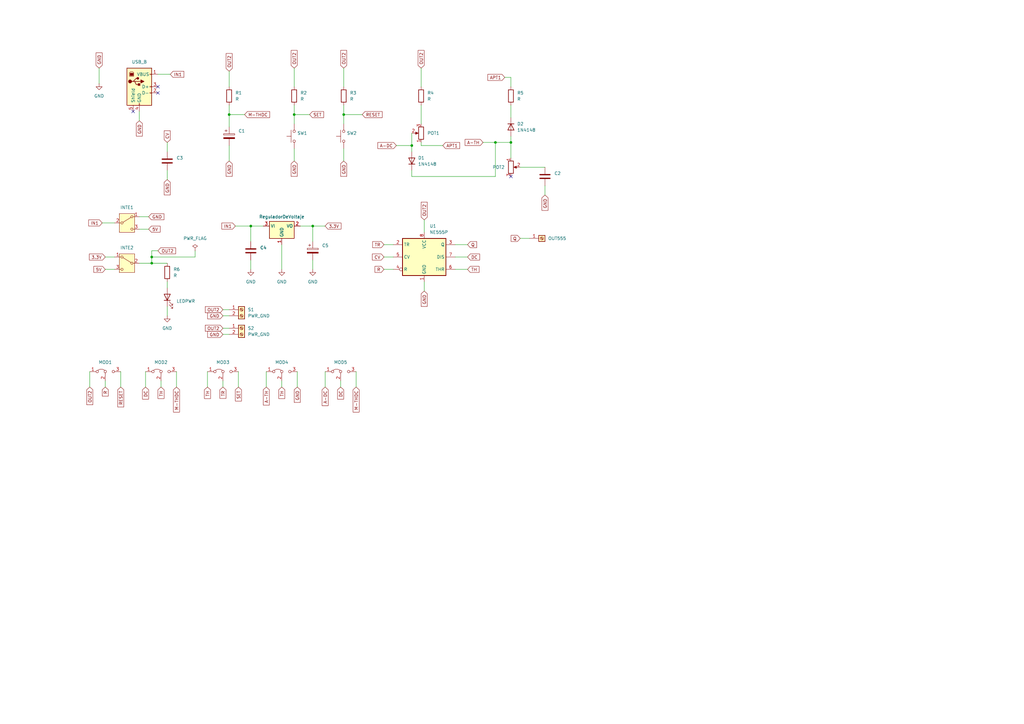
<source format=kicad_sch>
(kicad_sch
	(version 20231120)
	(generator "eeschema")
	(generator_version "8.0")
	(uuid "75451370-a123-4b6c-901d-18ab8b368ebd")
	(paper "A3")
	(lib_symbols
		(symbol "Connector:Screw_Terminal_01x01"
			(pin_names
				(offset 1.016) hide)
			(exclude_from_sim no)
			(in_bom yes)
			(on_board yes)
			(property "Reference" "J"
				(at 0 2.54 0)
				(effects
					(font
						(size 1.27 1.27)
					)
				)
			)
			(property "Value" "Screw_Terminal_01x01"
				(at 0 -2.54 0)
				(effects
					(font
						(size 1.27 1.27)
					)
				)
			)
			(property "Footprint" ""
				(at 0 0 0)
				(effects
					(font
						(size 1.27 1.27)
					)
					(hide yes)
				)
			)
			(property "Datasheet" "~"
				(at 0 0 0)
				(effects
					(font
						(size 1.27 1.27)
					)
					(hide yes)
				)
			)
			(property "Description" "Generic screw terminal, single row, 01x01, script generated (kicad-library-utils/schlib/autogen/connector/)"
				(at 0 0 0)
				(effects
					(font
						(size 1.27 1.27)
					)
					(hide yes)
				)
			)
			(property "ki_keywords" "screw terminal"
				(at 0 0 0)
				(effects
					(font
						(size 1.27 1.27)
					)
					(hide yes)
				)
			)
			(property "ki_fp_filters" "TerminalBlock*:*"
				(at 0 0 0)
				(effects
					(font
						(size 1.27 1.27)
					)
					(hide yes)
				)
			)
			(symbol "Screw_Terminal_01x01_1_1"
				(rectangle
					(start -1.27 1.27)
					(end 1.27 -1.27)
					(stroke
						(width 0.254)
						(type default)
					)
					(fill
						(type background)
					)
				)
				(polyline
					(pts
						(xy -0.5334 0.3302) (xy 0.3302 -0.508)
					)
					(stroke
						(width 0.1524)
						(type default)
					)
					(fill
						(type none)
					)
				)
				(polyline
					(pts
						(xy -0.3556 0.508) (xy 0.508 -0.3302)
					)
					(stroke
						(width 0.1524)
						(type default)
					)
					(fill
						(type none)
					)
				)
				(circle
					(center 0 0)
					(radius 0.635)
					(stroke
						(width 0.1524)
						(type default)
					)
					(fill
						(type none)
					)
				)
				(pin passive line
					(at -5.08 0 0)
					(length 3.81)
					(name "Pin_1"
						(effects
							(font
								(size 1.27 1.27)
							)
						)
					)
					(number "1"
						(effects
							(font
								(size 1.27 1.27)
							)
						)
					)
				)
			)
		)
		(symbol "Connector:Screw_Terminal_01x02"
			(pin_names
				(offset 1.016) hide)
			(exclude_from_sim no)
			(in_bom yes)
			(on_board yes)
			(property "Reference" "J"
				(at 0 2.54 0)
				(effects
					(font
						(size 1.27 1.27)
					)
				)
			)
			(property "Value" "Screw_Terminal_01x02"
				(at 0 -5.08 0)
				(effects
					(font
						(size 1.27 1.27)
					)
				)
			)
			(property "Footprint" ""
				(at 0 0 0)
				(effects
					(font
						(size 1.27 1.27)
					)
					(hide yes)
				)
			)
			(property "Datasheet" "~"
				(at 0 0 0)
				(effects
					(font
						(size 1.27 1.27)
					)
					(hide yes)
				)
			)
			(property "Description" "Generic screw terminal, single row, 01x02, script generated (kicad-library-utils/schlib/autogen/connector/)"
				(at 0 0 0)
				(effects
					(font
						(size 1.27 1.27)
					)
					(hide yes)
				)
			)
			(property "ki_keywords" "screw terminal"
				(at 0 0 0)
				(effects
					(font
						(size 1.27 1.27)
					)
					(hide yes)
				)
			)
			(property "ki_fp_filters" "TerminalBlock*:*"
				(at 0 0 0)
				(effects
					(font
						(size 1.27 1.27)
					)
					(hide yes)
				)
			)
			(symbol "Screw_Terminal_01x02_1_1"
				(rectangle
					(start -1.27 1.27)
					(end 1.27 -3.81)
					(stroke
						(width 0.254)
						(type default)
					)
					(fill
						(type background)
					)
				)
				(circle
					(center 0 -2.54)
					(radius 0.635)
					(stroke
						(width 0.1524)
						(type default)
					)
					(fill
						(type none)
					)
				)
				(polyline
					(pts
						(xy -0.5334 -2.2098) (xy 0.3302 -3.048)
					)
					(stroke
						(width 0.1524)
						(type default)
					)
					(fill
						(type none)
					)
				)
				(polyline
					(pts
						(xy -0.5334 0.3302) (xy 0.3302 -0.508)
					)
					(stroke
						(width 0.1524)
						(type default)
					)
					(fill
						(type none)
					)
				)
				(polyline
					(pts
						(xy -0.3556 -2.032) (xy 0.508 -2.8702)
					)
					(stroke
						(width 0.1524)
						(type default)
					)
					(fill
						(type none)
					)
				)
				(polyline
					(pts
						(xy -0.3556 0.508) (xy 0.508 -0.3302)
					)
					(stroke
						(width 0.1524)
						(type default)
					)
					(fill
						(type none)
					)
				)
				(circle
					(center 0 0)
					(radius 0.635)
					(stroke
						(width 0.1524)
						(type default)
					)
					(fill
						(type none)
					)
				)
				(pin passive line
					(at -5.08 0 0)
					(length 3.81)
					(name "Pin_1"
						(effects
							(font
								(size 1.27 1.27)
							)
						)
					)
					(number "1"
						(effects
							(font
								(size 1.27 1.27)
							)
						)
					)
				)
				(pin passive line
					(at -5.08 -2.54 0)
					(length 3.81)
					(name "Pin_2"
						(effects
							(font
								(size 1.27 1.27)
							)
						)
					)
					(number "2"
						(effects
							(font
								(size 1.27 1.27)
							)
						)
					)
				)
			)
		)
		(symbol "Connector:USB_B"
			(pin_names
				(offset 1.016)
			)
			(exclude_from_sim no)
			(in_bom yes)
			(on_board yes)
			(property "Reference" "J"
				(at -5.08 11.43 0)
				(effects
					(font
						(size 1.27 1.27)
					)
					(justify left)
				)
			)
			(property "Value" "USB_B"
				(at -5.08 8.89 0)
				(effects
					(font
						(size 1.27 1.27)
					)
					(justify left)
				)
			)
			(property "Footprint" ""
				(at 3.81 -1.27 0)
				(effects
					(font
						(size 1.27 1.27)
					)
					(hide yes)
				)
			)
			(property "Datasheet" "~"
				(at 3.81 -1.27 0)
				(effects
					(font
						(size 1.27 1.27)
					)
					(hide yes)
				)
			)
			(property "Description" "USB Type B connector"
				(at 0 0 0)
				(effects
					(font
						(size 1.27 1.27)
					)
					(hide yes)
				)
			)
			(property "ki_keywords" "connector USB"
				(at 0 0 0)
				(effects
					(font
						(size 1.27 1.27)
					)
					(hide yes)
				)
			)
			(property "ki_fp_filters" "USB*"
				(at 0 0 0)
				(effects
					(font
						(size 1.27 1.27)
					)
					(hide yes)
				)
			)
			(symbol "USB_B_0_1"
				(rectangle
					(start -5.08 -7.62)
					(end 5.08 7.62)
					(stroke
						(width 0.254)
						(type default)
					)
					(fill
						(type background)
					)
				)
				(circle
					(center -3.81 2.159)
					(radius 0.635)
					(stroke
						(width 0.254)
						(type default)
					)
					(fill
						(type outline)
					)
				)
				(rectangle
					(start -3.81 5.588)
					(end -2.54 4.572)
					(stroke
						(width 0)
						(type default)
					)
					(fill
						(type outline)
					)
				)
				(circle
					(center -0.635 3.429)
					(radius 0.381)
					(stroke
						(width 0.254)
						(type default)
					)
					(fill
						(type outline)
					)
				)
				(rectangle
					(start -0.127 -7.62)
					(end 0.127 -6.858)
					(stroke
						(width 0)
						(type default)
					)
					(fill
						(type none)
					)
				)
				(polyline
					(pts
						(xy -1.905 2.159) (xy 0.635 2.159)
					)
					(stroke
						(width 0.254)
						(type default)
					)
					(fill
						(type none)
					)
				)
				(polyline
					(pts
						(xy -3.175 2.159) (xy -2.54 2.159) (xy -1.27 3.429) (xy -0.635 3.429)
					)
					(stroke
						(width 0.254)
						(type default)
					)
					(fill
						(type none)
					)
				)
				(polyline
					(pts
						(xy -2.54 2.159) (xy -1.905 2.159) (xy -1.27 0.889) (xy 0 0.889)
					)
					(stroke
						(width 0.254)
						(type default)
					)
					(fill
						(type none)
					)
				)
				(polyline
					(pts
						(xy 0.635 2.794) (xy 0.635 1.524) (xy 1.905 2.159) (xy 0.635 2.794)
					)
					(stroke
						(width 0.254)
						(type default)
					)
					(fill
						(type outline)
					)
				)
				(polyline
					(pts
						(xy -4.064 4.318) (xy -2.286 4.318) (xy -2.286 5.715) (xy -2.667 6.096) (xy -3.683 6.096) (xy -4.064 5.715)
						(xy -4.064 4.318)
					)
					(stroke
						(width 0)
						(type default)
					)
					(fill
						(type none)
					)
				)
				(rectangle
					(start 0.254 1.27)
					(end -0.508 0.508)
					(stroke
						(width 0.254)
						(type default)
					)
					(fill
						(type outline)
					)
				)
				(rectangle
					(start 5.08 -2.667)
					(end 4.318 -2.413)
					(stroke
						(width 0)
						(type default)
					)
					(fill
						(type none)
					)
				)
				(rectangle
					(start 5.08 -0.127)
					(end 4.318 0.127)
					(stroke
						(width 0)
						(type default)
					)
					(fill
						(type none)
					)
				)
				(rectangle
					(start 5.08 4.953)
					(end 4.318 5.207)
					(stroke
						(width 0)
						(type default)
					)
					(fill
						(type none)
					)
				)
			)
			(symbol "USB_B_1_1"
				(pin power_out line
					(at 7.62 5.08 180)
					(length 2.54)
					(name "VBUS"
						(effects
							(font
								(size 1.27 1.27)
							)
						)
					)
					(number "1"
						(effects
							(font
								(size 1.27 1.27)
							)
						)
					)
				)
				(pin bidirectional line
					(at 7.62 -2.54 180)
					(length 2.54)
					(name "D-"
						(effects
							(font
								(size 1.27 1.27)
							)
						)
					)
					(number "2"
						(effects
							(font
								(size 1.27 1.27)
							)
						)
					)
				)
				(pin bidirectional line
					(at 7.62 0 180)
					(length 2.54)
					(name "D+"
						(effects
							(font
								(size 1.27 1.27)
							)
						)
					)
					(number "3"
						(effects
							(font
								(size 1.27 1.27)
							)
						)
					)
				)
				(pin power_out line
					(at 0 -10.16 90)
					(length 2.54)
					(name "GND"
						(effects
							(font
								(size 1.27 1.27)
							)
						)
					)
					(number "4"
						(effects
							(font
								(size 1.27 1.27)
							)
						)
					)
				)
				(pin passive line
					(at -2.54 -10.16 90)
					(length 2.54)
					(name "Shield"
						(effects
							(font
								(size 1.27 1.27)
							)
						)
					)
					(number "5"
						(effects
							(font
								(size 1.27 1.27)
							)
						)
					)
				)
			)
		)
		(symbol "Device:C"
			(pin_numbers hide)
			(pin_names
				(offset 0.254)
			)
			(exclude_from_sim no)
			(in_bom yes)
			(on_board yes)
			(property "Reference" "C"
				(at 0.635 2.54 0)
				(effects
					(font
						(size 1.27 1.27)
					)
					(justify left)
				)
			)
			(property "Value" "C"
				(at 0.635 -2.54 0)
				(effects
					(font
						(size 1.27 1.27)
					)
					(justify left)
				)
			)
			(property "Footprint" ""
				(at 0.9652 -3.81 0)
				(effects
					(font
						(size 1.27 1.27)
					)
					(hide yes)
				)
			)
			(property "Datasheet" "~"
				(at 0 0 0)
				(effects
					(font
						(size 1.27 1.27)
					)
					(hide yes)
				)
			)
			(property "Description" "Unpolarized capacitor"
				(at 0 0 0)
				(effects
					(font
						(size 1.27 1.27)
					)
					(hide yes)
				)
			)
			(property "ki_keywords" "cap capacitor"
				(at 0 0 0)
				(effects
					(font
						(size 1.27 1.27)
					)
					(hide yes)
				)
			)
			(property "ki_fp_filters" "C_*"
				(at 0 0 0)
				(effects
					(font
						(size 1.27 1.27)
					)
					(hide yes)
				)
			)
			(symbol "C_0_1"
				(polyline
					(pts
						(xy -2.032 -0.762) (xy 2.032 -0.762)
					)
					(stroke
						(width 0.508)
						(type default)
					)
					(fill
						(type none)
					)
				)
				(polyline
					(pts
						(xy -2.032 0.762) (xy 2.032 0.762)
					)
					(stroke
						(width 0.508)
						(type default)
					)
					(fill
						(type none)
					)
				)
			)
			(symbol "C_1_1"
				(pin passive line
					(at 0 3.81 270)
					(length 2.794)
					(name "~"
						(effects
							(font
								(size 1.27 1.27)
							)
						)
					)
					(number "1"
						(effects
							(font
								(size 1.27 1.27)
							)
						)
					)
				)
				(pin passive line
					(at 0 -3.81 90)
					(length 2.794)
					(name "~"
						(effects
							(font
								(size 1.27 1.27)
							)
						)
					)
					(number "2"
						(effects
							(font
								(size 1.27 1.27)
							)
						)
					)
				)
			)
		)
		(symbol "Device:C_Polarized"
			(pin_numbers hide)
			(pin_names
				(offset 0.254)
			)
			(exclude_from_sim no)
			(in_bom yes)
			(on_board yes)
			(property "Reference" "C"
				(at 0.635 2.54 0)
				(effects
					(font
						(size 1.27 1.27)
					)
					(justify left)
				)
			)
			(property "Value" "C_Polarized"
				(at 0.635 -2.54 0)
				(effects
					(font
						(size 1.27 1.27)
					)
					(justify left)
				)
			)
			(property "Footprint" ""
				(at 0.9652 -3.81 0)
				(effects
					(font
						(size 1.27 1.27)
					)
					(hide yes)
				)
			)
			(property "Datasheet" "~"
				(at 0 0 0)
				(effects
					(font
						(size 1.27 1.27)
					)
					(hide yes)
				)
			)
			(property "Description" "Polarized capacitor"
				(at 0 0 0)
				(effects
					(font
						(size 1.27 1.27)
					)
					(hide yes)
				)
			)
			(property "ki_keywords" "cap capacitor"
				(at 0 0 0)
				(effects
					(font
						(size 1.27 1.27)
					)
					(hide yes)
				)
			)
			(property "ki_fp_filters" "CP_*"
				(at 0 0 0)
				(effects
					(font
						(size 1.27 1.27)
					)
					(hide yes)
				)
			)
			(symbol "C_Polarized_0_1"
				(rectangle
					(start -2.286 0.508)
					(end 2.286 1.016)
					(stroke
						(width 0)
						(type default)
					)
					(fill
						(type none)
					)
				)
				(polyline
					(pts
						(xy -1.778 2.286) (xy -0.762 2.286)
					)
					(stroke
						(width 0)
						(type default)
					)
					(fill
						(type none)
					)
				)
				(polyline
					(pts
						(xy -1.27 2.794) (xy -1.27 1.778)
					)
					(stroke
						(width 0)
						(type default)
					)
					(fill
						(type none)
					)
				)
				(rectangle
					(start 2.286 -0.508)
					(end -2.286 -1.016)
					(stroke
						(width 0)
						(type default)
					)
					(fill
						(type outline)
					)
				)
			)
			(symbol "C_Polarized_1_1"
				(pin passive line
					(at 0 3.81 270)
					(length 2.794)
					(name "~"
						(effects
							(font
								(size 1.27 1.27)
							)
						)
					)
					(number "1"
						(effects
							(font
								(size 1.27 1.27)
							)
						)
					)
				)
				(pin passive line
					(at 0 -3.81 90)
					(length 2.794)
					(name "~"
						(effects
							(font
								(size 1.27 1.27)
							)
						)
					)
					(number "2"
						(effects
							(font
								(size 1.27 1.27)
							)
						)
					)
				)
			)
		)
		(symbol "Device:LED"
			(pin_numbers hide)
			(pin_names
				(offset 1.016) hide)
			(exclude_from_sim no)
			(in_bom yes)
			(on_board yes)
			(property "Reference" "D"
				(at 0 2.54 0)
				(effects
					(font
						(size 1.27 1.27)
					)
				)
			)
			(property "Value" "LED"
				(at 0 -2.54 0)
				(effects
					(font
						(size 1.27 1.27)
					)
				)
			)
			(property "Footprint" ""
				(at 0 0 0)
				(effects
					(font
						(size 1.27 1.27)
					)
					(hide yes)
				)
			)
			(property "Datasheet" "~"
				(at 0 0 0)
				(effects
					(font
						(size 1.27 1.27)
					)
					(hide yes)
				)
			)
			(property "Description" "Light emitting diode"
				(at 0 0 0)
				(effects
					(font
						(size 1.27 1.27)
					)
					(hide yes)
				)
			)
			(property "ki_keywords" "LED diode"
				(at 0 0 0)
				(effects
					(font
						(size 1.27 1.27)
					)
					(hide yes)
				)
			)
			(property "ki_fp_filters" "LED* LED_SMD:* LED_THT:*"
				(at 0 0 0)
				(effects
					(font
						(size 1.27 1.27)
					)
					(hide yes)
				)
			)
			(symbol "LED_0_1"
				(polyline
					(pts
						(xy -1.27 -1.27) (xy -1.27 1.27)
					)
					(stroke
						(width 0.254)
						(type default)
					)
					(fill
						(type none)
					)
				)
				(polyline
					(pts
						(xy -1.27 0) (xy 1.27 0)
					)
					(stroke
						(width 0)
						(type default)
					)
					(fill
						(type none)
					)
				)
				(polyline
					(pts
						(xy 1.27 -1.27) (xy 1.27 1.27) (xy -1.27 0) (xy 1.27 -1.27)
					)
					(stroke
						(width 0.254)
						(type default)
					)
					(fill
						(type none)
					)
				)
				(polyline
					(pts
						(xy -3.048 -0.762) (xy -4.572 -2.286) (xy -3.81 -2.286) (xy -4.572 -2.286) (xy -4.572 -1.524)
					)
					(stroke
						(width 0)
						(type default)
					)
					(fill
						(type none)
					)
				)
				(polyline
					(pts
						(xy -1.778 -0.762) (xy -3.302 -2.286) (xy -2.54 -2.286) (xy -3.302 -2.286) (xy -3.302 -1.524)
					)
					(stroke
						(width 0)
						(type default)
					)
					(fill
						(type none)
					)
				)
			)
			(symbol "LED_1_1"
				(pin passive line
					(at -3.81 0 0)
					(length 2.54)
					(name "K"
						(effects
							(font
								(size 1.27 1.27)
							)
						)
					)
					(number "1"
						(effects
							(font
								(size 1.27 1.27)
							)
						)
					)
				)
				(pin passive line
					(at 3.81 0 180)
					(length 2.54)
					(name "A"
						(effects
							(font
								(size 1.27 1.27)
							)
						)
					)
					(number "2"
						(effects
							(font
								(size 1.27 1.27)
							)
						)
					)
				)
			)
		)
		(symbol "Device:R"
			(pin_numbers hide)
			(pin_names
				(offset 0)
			)
			(exclude_from_sim no)
			(in_bom yes)
			(on_board yes)
			(property "Reference" "R"
				(at 2.032 0 90)
				(effects
					(font
						(size 1.27 1.27)
					)
				)
			)
			(property "Value" "R"
				(at 0 0 90)
				(effects
					(font
						(size 1.27 1.27)
					)
				)
			)
			(property "Footprint" ""
				(at -1.778 0 90)
				(effects
					(font
						(size 1.27 1.27)
					)
					(hide yes)
				)
			)
			(property "Datasheet" "~"
				(at 0 0 0)
				(effects
					(font
						(size 1.27 1.27)
					)
					(hide yes)
				)
			)
			(property "Description" "Resistor"
				(at 0 0 0)
				(effects
					(font
						(size 1.27 1.27)
					)
					(hide yes)
				)
			)
			(property "ki_keywords" "R res resistor"
				(at 0 0 0)
				(effects
					(font
						(size 1.27 1.27)
					)
					(hide yes)
				)
			)
			(property "ki_fp_filters" "R_*"
				(at 0 0 0)
				(effects
					(font
						(size 1.27 1.27)
					)
					(hide yes)
				)
			)
			(symbol "R_0_1"
				(rectangle
					(start -1.016 -2.54)
					(end 1.016 2.54)
					(stroke
						(width 0.254)
						(type default)
					)
					(fill
						(type none)
					)
				)
			)
			(symbol "R_1_1"
				(pin passive line
					(at 0 3.81 270)
					(length 1.27)
					(name "~"
						(effects
							(font
								(size 1.27 1.27)
							)
						)
					)
					(number "1"
						(effects
							(font
								(size 1.27 1.27)
							)
						)
					)
				)
				(pin passive line
					(at 0 -3.81 90)
					(length 1.27)
					(name "~"
						(effects
							(font
								(size 1.27 1.27)
							)
						)
					)
					(number "2"
						(effects
							(font
								(size 1.27 1.27)
							)
						)
					)
				)
			)
		)
		(symbol "Device:R_Potentiometer"
			(pin_names
				(offset 1.016) hide)
			(exclude_from_sim no)
			(in_bom yes)
			(on_board yes)
			(property "Reference" "RV"
				(at -4.445 0 90)
				(effects
					(font
						(size 1.27 1.27)
					)
				)
			)
			(property "Value" "R_Potentiometer"
				(at -2.54 0 90)
				(effects
					(font
						(size 1.27 1.27)
					)
				)
			)
			(property "Footprint" ""
				(at 0 0 0)
				(effects
					(font
						(size 1.27 1.27)
					)
					(hide yes)
				)
			)
			(property "Datasheet" "~"
				(at 0 0 0)
				(effects
					(font
						(size 1.27 1.27)
					)
					(hide yes)
				)
			)
			(property "Description" "Potentiometer"
				(at 0 0 0)
				(effects
					(font
						(size 1.27 1.27)
					)
					(hide yes)
				)
			)
			(property "ki_keywords" "resistor variable"
				(at 0 0 0)
				(effects
					(font
						(size 1.27 1.27)
					)
					(hide yes)
				)
			)
			(property "ki_fp_filters" "Potentiometer*"
				(at 0 0 0)
				(effects
					(font
						(size 1.27 1.27)
					)
					(hide yes)
				)
			)
			(symbol "R_Potentiometer_0_1"
				(polyline
					(pts
						(xy 2.54 0) (xy 1.524 0)
					)
					(stroke
						(width 0)
						(type default)
					)
					(fill
						(type none)
					)
				)
				(polyline
					(pts
						(xy 1.143 0) (xy 2.286 0.508) (xy 2.286 -0.508) (xy 1.143 0)
					)
					(stroke
						(width 0)
						(type default)
					)
					(fill
						(type outline)
					)
				)
				(rectangle
					(start 1.016 2.54)
					(end -1.016 -2.54)
					(stroke
						(width 0.254)
						(type default)
					)
					(fill
						(type none)
					)
				)
			)
			(symbol "R_Potentiometer_1_1"
				(pin passive line
					(at 0 3.81 270)
					(length 1.27)
					(name "1"
						(effects
							(font
								(size 1.27 1.27)
							)
						)
					)
					(number "1"
						(effects
							(font
								(size 1.27 1.27)
							)
						)
					)
				)
				(pin passive line
					(at 3.81 0 180)
					(length 1.27)
					(name "2"
						(effects
							(font
								(size 1.27 1.27)
							)
						)
					)
					(number "2"
						(effects
							(font
								(size 1.27 1.27)
							)
						)
					)
				)
				(pin passive line
					(at 0 -3.81 90)
					(length 1.27)
					(name "3"
						(effects
							(font
								(size 1.27 1.27)
							)
						)
					)
					(number "3"
						(effects
							(font
								(size 1.27 1.27)
							)
						)
					)
				)
			)
		)
		(symbol "Diode:1N4148"
			(pin_numbers hide)
			(pin_names hide)
			(exclude_from_sim no)
			(in_bom yes)
			(on_board yes)
			(property "Reference" "D"
				(at 0 2.54 0)
				(effects
					(font
						(size 1.27 1.27)
					)
				)
			)
			(property "Value" "1N4148"
				(at 0 -2.54 0)
				(effects
					(font
						(size 1.27 1.27)
					)
				)
			)
			(property "Footprint" "Diode_THT:D_DO-35_SOD27_P7.62mm_Horizontal"
				(at 0 0 0)
				(effects
					(font
						(size 1.27 1.27)
					)
					(hide yes)
				)
			)
			(property "Datasheet" "https://assets.nexperia.com/documents/data-sheet/1N4148_1N4448.pdf"
				(at 0 0 0)
				(effects
					(font
						(size 1.27 1.27)
					)
					(hide yes)
				)
			)
			(property "Description" "100V 0.15A standard switching diode, DO-35"
				(at 0 0 0)
				(effects
					(font
						(size 1.27 1.27)
					)
					(hide yes)
				)
			)
			(property "Sim.Device" "D"
				(at 0 0 0)
				(effects
					(font
						(size 1.27 1.27)
					)
					(hide yes)
				)
			)
			(property "Sim.Pins" "1=K 2=A"
				(at 0 0 0)
				(effects
					(font
						(size 1.27 1.27)
					)
					(hide yes)
				)
			)
			(property "ki_keywords" "diode"
				(at 0 0 0)
				(effects
					(font
						(size 1.27 1.27)
					)
					(hide yes)
				)
			)
			(property "ki_fp_filters" "D*DO?35*"
				(at 0 0 0)
				(effects
					(font
						(size 1.27 1.27)
					)
					(hide yes)
				)
			)
			(symbol "1N4148_0_1"
				(polyline
					(pts
						(xy -1.27 1.27) (xy -1.27 -1.27)
					)
					(stroke
						(width 0.254)
						(type default)
					)
					(fill
						(type none)
					)
				)
				(polyline
					(pts
						(xy 1.27 0) (xy -1.27 0)
					)
					(stroke
						(width 0)
						(type default)
					)
					(fill
						(type none)
					)
				)
				(polyline
					(pts
						(xy 1.27 1.27) (xy 1.27 -1.27) (xy -1.27 0) (xy 1.27 1.27)
					)
					(stroke
						(width 0.254)
						(type default)
					)
					(fill
						(type none)
					)
				)
			)
			(symbol "1N4148_1_1"
				(pin passive line
					(at -3.81 0 0)
					(length 2.54)
					(name "K"
						(effects
							(font
								(size 1.27 1.27)
							)
						)
					)
					(number "1"
						(effects
							(font
								(size 1.27 1.27)
							)
						)
					)
				)
				(pin passive line
					(at 3.81 0 180)
					(length 2.54)
					(name "A"
						(effects
							(font
								(size 1.27 1.27)
							)
						)
					)
					(number "2"
						(effects
							(font
								(size 1.27 1.27)
							)
						)
					)
				)
			)
		)
		(symbol "Jumper:Jumper_3_Bridged12"
			(pin_names
				(offset 0) hide)
			(exclude_from_sim yes)
			(in_bom no)
			(on_board yes)
			(property "Reference" "JP"
				(at -2.54 -2.54 0)
				(effects
					(font
						(size 1.27 1.27)
					)
				)
			)
			(property "Value" "Jumper_3_Bridged12"
				(at 0 2.794 0)
				(effects
					(font
						(size 1.27 1.27)
					)
				)
			)
			(property "Footprint" ""
				(at 0 0 0)
				(effects
					(font
						(size 1.27 1.27)
					)
					(hide yes)
				)
			)
			(property "Datasheet" "~"
				(at 0 0 0)
				(effects
					(font
						(size 1.27 1.27)
					)
					(hide yes)
				)
			)
			(property "Description" "Jumper, 3-pole, pins 1+2 closed/bridged"
				(at 0 0 0)
				(effects
					(font
						(size 1.27 1.27)
					)
					(hide yes)
				)
			)
			(property "ki_keywords" "Jumper SPDT"
				(at 0 0 0)
				(effects
					(font
						(size 1.27 1.27)
					)
					(hide yes)
				)
			)
			(property "ki_fp_filters" "Jumper* TestPoint*3Pads* TestPoint*Bridge*"
				(at 0 0 0)
				(effects
					(font
						(size 1.27 1.27)
					)
					(hide yes)
				)
			)
			(symbol "Jumper_3_Bridged12_0_0"
				(circle
					(center -3.302 0)
					(radius 0.508)
					(stroke
						(width 0)
						(type default)
					)
					(fill
						(type none)
					)
				)
				(circle
					(center 0 0)
					(radius 0.508)
					(stroke
						(width 0)
						(type default)
					)
					(fill
						(type none)
					)
				)
				(circle
					(center 3.302 0)
					(radius 0.508)
					(stroke
						(width 0)
						(type default)
					)
					(fill
						(type none)
					)
				)
			)
			(symbol "Jumper_3_Bridged12_0_1"
				(arc
					(start -0.254 0.508)
					(mid -1.651 0.9912)
					(end -3.048 0.508)
					(stroke
						(width 0)
						(type default)
					)
					(fill
						(type none)
					)
				)
				(polyline
					(pts
						(xy 0 -1.27) (xy 0 -0.508)
					)
					(stroke
						(width 0)
						(type default)
					)
					(fill
						(type none)
					)
				)
			)
			(symbol "Jumper_3_Bridged12_1_1"
				(pin passive line
					(at -6.35 0 0)
					(length 2.54)
					(name "A"
						(effects
							(font
								(size 1.27 1.27)
							)
						)
					)
					(number "1"
						(effects
							(font
								(size 1.27 1.27)
							)
						)
					)
				)
				(pin passive line
					(at 0 -3.81 90)
					(length 2.54)
					(name "C"
						(effects
							(font
								(size 1.27 1.27)
							)
						)
					)
					(number "2"
						(effects
							(font
								(size 1.27 1.27)
							)
						)
					)
				)
				(pin passive line
					(at 6.35 0 180)
					(length 2.54)
					(name "B"
						(effects
							(font
								(size 1.27 1.27)
							)
						)
					)
					(number "3"
						(effects
							(font
								(size 1.27 1.27)
							)
						)
					)
				)
			)
		)
		(symbol "Regulator_Linear:LD1117S33TR_SOT223"
			(exclude_from_sim no)
			(in_bom yes)
			(on_board yes)
			(property "Reference" "U"
				(at -3.81 3.175 0)
				(effects
					(font
						(size 1.27 1.27)
					)
				)
			)
			(property "Value" "LD1117S33TR_SOT223"
				(at 0 3.175 0)
				(effects
					(font
						(size 1.27 1.27)
					)
					(justify left)
				)
			)
			(property "Footprint" "Package_TO_SOT_SMD:SOT-223-3_TabPin2"
				(at 0 5.08 0)
				(effects
					(font
						(size 1.27 1.27)
					)
					(hide yes)
				)
			)
			(property "Datasheet" "http://www.st.com/st-web-ui/static/active/en/resource/technical/document/datasheet/CD00000544.pdf"
				(at 2.54 -6.35 0)
				(effects
					(font
						(size 1.27 1.27)
					)
					(hide yes)
				)
			)
			(property "Description" "800mA Fixed Low Drop Positive Voltage Regulator, Fixed Output 3.3V, SOT-223"
				(at 0 0 0)
				(effects
					(font
						(size 1.27 1.27)
					)
					(hide yes)
				)
			)
			(property "ki_keywords" "REGULATOR LDO 3.3V"
				(at 0 0 0)
				(effects
					(font
						(size 1.27 1.27)
					)
					(hide yes)
				)
			)
			(property "ki_fp_filters" "SOT?223*TabPin2*"
				(at 0 0 0)
				(effects
					(font
						(size 1.27 1.27)
					)
					(hide yes)
				)
			)
			(symbol "LD1117S33TR_SOT223_0_1"
				(rectangle
					(start -5.08 -5.08)
					(end 5.08 1.905)
					(stroke
						(width 0.254)
						(type default)
					)
					(fill
						(type background)
					)
				)
			)
			(symbol "LD1117S33TR_SOT223_1_1"
				(pin power_in line
					(at 0 -7.62 90)
					(length 2.54)
					(name "GND"
						(effects
							(font
								(size 1.27 1.27)
							)
						)
					)
					(number "1"
						(effects
							(font
								(size 1.27 1.27)
							)
						)
					)
				)
				(pin power_out line
					(at 7.62 0 180)
					(length 2.54)
					(name "VO"
						(effects
							(font
								(size 1.27 1.27)
							)
						)
					)
					(number "2"
						(effects
							(font
								(size 1.27 1.27)
							)
						)
					)
				)
				(pin power_in line
					(at -7.62 0 0)
					(length 2.54)
					(name "VI"
						(effects
							(font
								(size 1.27 1.27)
							)
						)
					)
					(number "3"
						(effects
							(font
								(size 1.27 1.27)
							)
						)
					)
				)
			)
		)
		(symbol "Switch:SW_Push"
			(pin_numbers hide)
			(pin_names
				(offset 1.016) hide)
			(exclude_from_sim no)
			(in_bom yes)
			(on_board yes)
			(property "Reference" "SW"
				(at 1.27 2.54 0)
				(effects
					(font
						(size 1.27 1.27)
					)
					(justify left)
				)
			)
			(property "Value" "SW_Push"
				(at 0 -1.524 0)
				(effects
					(font
						(size 1.27 1.27)
					)
				)
			)
			(property "Footprint" ""
				(at 0 5.08 0)
				(effects
					(font
						(size 1.27 1.27)
					)
					(hide yes)
				)
			)
			(property "Datasheet" "~"
				(at 0 5.08 0)
				(effects
					(font
						(size 1.27 1.27)
					)
					(hide yes)
				)
			)
			(property "Description" "Push button switch, generic, two pins"
				(at 0 0 0)
				(effects
					(font
						(size 1.27 1.27)
					)
					(hide yes)
				)
			)
			(property "ki_keywords" "switch normally-open pushbutton push-button"
				(at 0 0 0)
				(effects
					(font
						(size 1.27 1.27)
					)
					(hide yes)
				)
			)
			(symbol "SW_Push_0_1"
				(circle
					(center -2.032 0)
					(radius 0.508)
					(stroke
						(width 0)
						(type default)
					)
					(fill
						(type none)
					)
				)
				(polyline
					(pts
						(xy 0 1.27) (xy 0 3.048)
					)
					(stroke
						(width 0)
						(type default)
					)
					(fill
						(type none)
					)
				)
				(polyline
					(pts
						(xy 2.54 1.27) (xy -2.54 1.27)
					)
					(stroke
						(width 0)
						(type default)
					)
					(fill
						(type none)
					)
				)
				(circle
					(center 2.032 0)
					(radius 0.508)
					(stroke
						(width 0)
						(type default)
					)
					(fill
						(type none)
					)
				)
				(pin passive line
					(at -5.08 0 0)
					(length 2.54)
					(name "1"
						(effects
							(font
								(size 1.27 1.27)
							)
						)
					)
					(number "1"
						(effects
							(font
								(size 1.27 1.27)
							)
						)
					)
				)
				(pin passive line
					(at 5.08 0 180)
					(length 2.54)
					(name "2"
						(effects
							(font
								(size 1.27 1.27)
							)
						)
					)
					(number "2"
						(effects
							(font
								(size 1.27 1.27)
							)
						)
					)
				)
			)
		)
		(symbol "Switch:SW_SPDT"
			(pin_names
				(offset 0) hide)
			(exclude_from_sim no)
			(in_bom yes)
			(on_board yes)
			(property "Reference" "SW"
				(at 0 5.08 0)
				(effects
					(font
						(size 1.27 1.27)
					)
				)
			)
			(property "Value" "SW_SPDT"
				(at 0 -5.08 0)
				(effects
					(font
						(size 1.27 1.27)
					)
				)
			)
			(property "Footprint" ""
				(at 0 0 0)
				(effects
					(font
						(size 1.27 1.27)
					)
					(hide yes)
				)
			)
			(property "Datasheet" "~"
				(at 0 -7.62 0)
				(effects
					(font
						(size 1.27 1.27)
					)
					(hide yes)
				)
			)
			(property "Description" "Switch, single pole double throw"
				(at 0 0 0)
				(effects
					(font
						(size 1.27 1.27)
					)
					(hide yes)
				)
			)
			(property "ki_keywords" "switch single-pole double-throw spdt ON-ON"
				(at 0 0 0)
				(effects
					(font
						(size 1.27 1.27)
					)
					(hide yes)
				)
			)
			(symbol "SW_SPDT_0_1"
				(circle
					(center -2.032 0)
					(radius 0.4572)
					(stroke
						(width 0)
						(type default)
					)
					(fill
						(type none)
					)
				)
				(polyline
					(pts
						(xy -1.651 0.254) (xy 1.651 2.286)
					)
					(stroke
						(width 0)
						(type default)
					)
					(fill
						(type none)
					)
				)
				(circle
					(center 2.032 -2.54)
					(radius 0.4572)
					(stroke
						(width 0)
						(type default)
					)
					(fill
						(type none)
					)
				)
				(circle
					(center 2.032 2.54)
					(radius 0.4572)
					(stroke
						(width 0)
						(type default)
					)
					(fill
						(type none)
					)
				)
			)
			(symbol "SW_SPDT_1_1"
				(rectangle
					(start -3.175 3.81)
					(end 3.175 -3.81)
					(stroke
						(width 0)
						(type default)
					)
					(fill
						(type background)
					)
				)
				(pin passive line
					(at 5.08 2.54 180)
					(length 2.54)
					(name "A"
						(effects
							(font
								(size 1.27 1.27)
							)
						)
					)
					(number "1"
						(effects
							(font
								(size 1.27 1.27)
							)
						)
					)
				)
				(pin passive line
					(at -5.08 0 0)
					(length 2.54)
					(name "B"
						(effects
							(font
								(size 1.27 1.27)
							)
						)
					)
					(number "2"
						(effects
							(font
								(size 1.27 1.27)
							)
						)
					)
				)
				(pin passive line
					(at 5.08 -2.54 180)
					(length 2.54)
					(name "C"
						(effects
							(font
								(size 1.27 1.27)
							)
						)
					)
					(number "3"
						(effects
							(font
								(size 1.27 1.27)
							)
						)
					)
				)
			)
		)
		(symbol "Timer:NE555P"
			(exclude_from_sim no)
			(in_bom yes)
			(on_board yes)
			(property "Reference" "U"
				(at -10.16 8.89 0)
				(effects
					(font
						(size 1.27 1.27)
					)
					(justify left)
				)
			)
			(property "Value" "NE555P"
				(at 2.54 8.89 0)
				(effects
					(font
						(size 1.27 1.27)
					)
					(justify left)
				)
			)
			(property "Footprint" "Package_DIP:DIP-8_W7.62mm"
				(at 16.51 -10.16 0)
				(effects
					(font
						(size 1.27 1.27)
					)
					(hide yes)
				)
			)
			(property "Datasheet" "http://www.ti.com/lit/ds/symlink/ne555.pdf"
				(at 21.59 -10.16 0)
				(effects
					(font
						(size 1.27 1.27)
					)
					(hide yes)
				)
			)
			(property "Description" "Precision Timers, 555 compatible,  PDIP-8"
				(at 0 0 0)
				(effects
					(font
						(size 1.27 1.27)
					)
					(hide yes)
				)
			)
			(property "ki_keywords" "single timer 555"
				(at 0 0 0)
				(effects
					(font
						(size 1.27 1.27)
					)
					(hide yes)
				)
			)
			(property "ki_fp_filters" "DIP*W7.62mm*"
				(at 0 0 0)
				(effects
					(font
						(size 1.27 1.27)
					)
					(hide yes)
				)
			)
			(symbol "NE555P_0_0"
				(pin power_in line
					(at 0 -10.16 90)
					(length 2.54)
					(name "GND"
						(effects
							(font
								(size 1.27 1.27)
							)
						)
					)
					(number "1"
						(effects
							(font
								(size 1.27 1.27)
							)
						)
					)
				)
				(pin power_in line
					(at 0 10.16 270)
					(length 2.54)
					(name "VCC"
						(effects
							(font
								(size 1.27 1.27)
							)
						)
					)
					(number "8"
						(effects
							(font
								(size 1.27 1.27)
							)
						)
					)
				)
			)
			(symbol "NE555P_0_1"
				(rectangle
					(start -8.89 -7.62)
					(end 8.89 7.62)
					(stroke
						(width 0.254)
						(type default)
					)
					(fill
						(type background)
					)
				)
				(rectangle
					(start -8.89 -7.62)
					(end 8.89 7.62)
					(stroke
						(width 0.254)
						(type default)
					)
					(fill
						(type background)
					)
				)
			)
			(symbol "NE555P_1_1"
				(pin input line
					(at -12.7 5.08 0)
					(length 3.81)
					(name "TR"
						(effects
							(font
								(size 1.27 1.27)
							)
						)
					)
					(number "2"
						(effects
							(font
								(size 1.27 1.27)
							)
						)
					)
				)
				(pin output line
					(at 12.7 5.08 180)
					(length 3.81)
					(name "Q"
						(effects
							(font
								(size 1.27 1.27)
							)
						)
					)
					(number "3"
						(effects
							(font
								(size 1.27 1.27)
							)
						)
					)
				)
				(pin input inverted
					(at -12.7 -5.08 0)
					(length 3.81)
					(name "R"
						(effects
							(font
								(size 1.27 1.27)
							)
						)
					)
					(number "4"
						(effects
							(font
								(size 1.27 1.27)
							)
						)
					)
				)
				(pin input line
					(at -12.7 0 0)
					(length 3.81)
					(name "CV"
						(effects
							(font
								(size 1.27 1.27)
							)
						)
					)
					(number "5"
						(effects
							(font
								(size 1.27 1.27)
							)
						)
					)
				)
				(pin input line
					(at 12.7 -5.08 180)
					(length 3.81)
					(name "THR"
						(effects
							(font
								(size 1.27 1.27)
							)
						)
					)
					(number "6"
						(effects
							(font
								(size 1.27 1.27)
							)
						)
					)
				)
				(pin input line
					(at 12.7 0 180)
					(length 3.81)
					(name "DIS"
						(effects
							(font
								(size 1.27 1.27)
							)
						)
					)
					(number "7"
						(effects
							(font
								(size 1.27 1.27)
							)
						)
					)
				)
			)
		)
		(symbol "power:GND"
			(power)
			(pin_numbers hide)
			(pin_names
				(offset 0) hide)
			(exclude_from_sim no)
			(in_bom yes)
			(on_board yes)
			(property "Reference" "#PWR"
				(at 0 -6.35 0)
				(effects
					(font
						(size 1.27 1.27)
					)
					(hide yes)
				)
			)
			(property "Value" "GND"
				(at 0 -3.81 0)
				(effects
					(font
						(size 1.27 1.27)
					)
				)
			)
			(property "Footprint" ""
				(at 0 0 0)
				(effects
					(font
						(size 1.27 1.27)
					)
					(hide yes)
				)
			)
			(property "Datasheet" ""
				(at 0 0 0)
				(effects
					(font
						(size 1.27 1.27)
					)
					(hide yes)
				)
			)
			(property "Description" "Power symbol creates a global label with name \"GND\" , ground"
				(at 0 0 0)
				(effects
					(font
						(size 1.27 1.27)
					)
					(hide yes)
				)
			)
			(property "ki_keywords" "global power"
				(at 0 0 0)
				(effects
					(font
						(size 1.27 1.27)
					)
					(hide yes)
				)
			)
			(symbol "GND_0_1"
				(polyline
					(pts
						(xy 0 0) (xy 0 -1.27) (xy 1.27 -1.27) (xy 0 -2.54) (xy -1.27 -1.27) (xy 0 -1.27)
					)
					(stroke
						(width 0)
						(type default)
					)
					(fill
						(type none)
					)
				)
			)
			(symbol "GND_1_1"
				(pin power_in line
					(at 0 0 270)
					(length 0)
					(name "~"
						(effects
							(font
								(size 1.27 1.27)
							)
						)
					)
					(number "1"
						(effects
							(font
								(size 1.27 1.27)
							)
						)
					)
				)
			)
		)
		(symbol "power:PWR_FLAG"
			(power)
			(pin_numbers hide)
			(pin_names
				(offset 0) hide)
			(exclude_from_sim no)
			(in_bom yes)
			(on_board yes)
			(property "Reference" "#FLG"
				(at 0 1.905 0)
				(effects
					(font
						(size 1.27 1.27)
					)
					(hide yes)
				)
			)
			(property "Value" "PWR_FLAG"
				(at 0 3.81 0)
				(effects
					(font
						(size 1.27 1.27)
					)
				)
			)
			(property "Footprint" ""
				(at 0 0 0)
				(effects
					(font
						(size 1.27 1.27)
					)
					(hide yes)
				)
			)
			(property "Datasheet" "~"
				(at 0 0 0)
				(effects
					(font
						(size 1.27 1.27)
					)
					(hide yes)
				)
			)
			(property "Description" "Special symbol for telling ERC where power comes from"
				(at 0 0 0)
				(effects
					(font
						(size 1.27 1.27)
					)
					(hide yes)
				)
			)
			(property "ki_keywords" "flag power"
				(at 0 0 0)
				(effects
					(font
						(size 1.27 1.27)
					)
					(hide yes)
				)
			)
			(symbol "PWR_FLAG_0_0"
				(pin power_out line
					(at 0 0 90)
					(length 0)
					(name "~"
						(effects
							(font
								(size 1.27 1.27)
							)
						)
					)
					(number "1"
						(effects
							(font
								(size 1.27 1.27)
							)
						)
					)
				)
			)
			(symbol "PWR_FLAG_0_1"
				(polyline
					(pts
						(xy 0 0) (xy 0 1.27) (xy -1.016 1.905) (xy 0 2.54) (xy 1.016 1.905) (xy 0 1.27)
					)
					(stroke
						(width 0)
						(type default)
					)
					(fill
						(type none)
					)
				)
			)
		)
	)
	(junction
		(at 62.23 107.95)
		(diameter 0)
		(color 0 0 0 0)
		(uuid "16e258fd-af40-48aa-9a4f-d2425f5baa27")
	)
	(junction
		(at 168.91 59.69)
		(diameter 0)
		(color 0 0 0 0)
		(uuid "457369be-d29f-4123-8925-d23cd68b6674")
	)
	(junction
		(at 102.87 92.71)
		(diameter 0)
		(color 0 0 0 0)
		(uuid "4d5f2e9d-00dd-4e6f-a298-41caf4066578")
	)
	(junction
		(at 62.23 105.41)
		(diameter 0)
		(color 0 0 0 0)
		(uuid "68b32e9a-a245-4693-924a-2c64e6ab7bed")
	)
	(junction
		(at 93.98 46.99)
		(diameter 0)
		(color 0 0 0 0)
		(uuid "b6cca612-85ed-471c-9fea-238b434d24be")
	)
	(junction
		(at 203.2 58.42)
		(diameter 0)
		(color 0 0 0 0)
		(uuid "b8af382b-bc87-4c7f-9f61-87c3ae7aa5b9")
	)
	(junction
		(at 120.65 46.99)
		(diameter 0)
		(color 0 0 0 0)
		(uuid "e26fca3e-d48d-48d6-a58c-630297dcd690")
	)
	(junction
		(at 140.97 46.99)
		(diameter 0)
		(color 0 0 0 0)
		(uuid "e3b24f4f-aba2-46d8-90a8-3313e6d2c0a1")
	)
	(junction
		(at 128.27 92.71)
		(diameter 0)
		(color 0 0 0 0)
		(uuid "f5519a99-60d6-4cfc-bea4-11f23c37631d")
	)
	(junction
		(at 209.55 58.42)
		(diameter 0)
		(color 0 0 0 0)
		(uuid "fddb618e-58e8-4f8b-8a4e-d7e004de40ef")
	)
	(no_connect
		(at 64.77 38.1)
		(uuid "4787ae3f-ba99-41ed-bb65-0dce6e54cfa5")
	)
	(no_connect
		(at 64.77 35.56)
		(uuid "97c85b0d-2d8e-4e63-a854-3d636026689b")
	)
	(no_connect
		(at 209.55 72.39)
		(uuid "a1a41047-a4ec-4f08-a67b-a484062d6c41")
	)
	(no_connect
		(at 54.61 45.72)
		(uuid "f61f3e73-626d-4d61-8642-4ca595ad5968")
	)
	(wire
		(pts
			(xy 57.15 88.9) (xy 60.96 88.9)
		)
		(stroke
			(width 0)
			(type default)
		)
		(uuid "00f8a9df-3010-45af-a0de-4622b6612ebf")
	)
	(wire
		(pts
			(xy 203.2 72.39) (xy 203.2 58.42)
		)
		(stroke
			(width 0)
			(type default)
		)
		(uuid "013999c8-3b03-4652-b6c6-56614c4d813d")
	)
	(wire
		(pts
			(xy 49.53 152.4) (xy 49.53 158.75)
		)
		(stroke
			(width 0)
			(type default)
		)
		(uuid "030a2cd5-448a-44a0-a19c-208855aa923b")
	)
	(wire
		(pts
			(xy 62.23 105.41) (xy 62.23 102.87)
		)
		(stroke
			(width 0)
			(type default)
		)
		(uuid "0755f5c9-12c8-41ec-9c4b-fe8039df6c72")
	)
	(wire
		(pts
			(xy 41.91 91.44) (xy 46.99 91.44)
		)
		(stroke
			(width 0)
			(type default)
		)
		(uuid "0763c138-dc60-4d75-b2fc-713cd3fb9958")
	)
	(wire
		(pts
			(xy 157.48 110.49) (xy 161.29 110.49)
		)
		(stroke
			(width 0)
			(type default)
		)
		(uuid "091b90c2-4e74-46d0-9d71-013329b3e92a")
	)
	(wire
		(pts
			(xy 68.58 69.85) (xy 68.58 73.66)
		)
		(stroke
			(width 0)
			(type default)
		)
		(uuid "09c9952c-0d0a-452b-8fd7-ae7bbb417f49")
	)
	(wire
		(pts
			(xy 172.72 58.42) (xy 172.72 59.69)
		)
		(stroke
			(width 0)
			(type default)
		)
		(uuid "0b2a4cc8-b489-4e59-b113-f06819d23fb0")
	)
	(wire
		(pts
			(xy 213.36 97.79) (xy 217.17 97.79)
		)
		(stroke
			(width 0)
			(type default)
		)
		(uuid "0c2ab21d-5d4a-4403-95f4-adfafc69530b")
	)
	(wire
		(pts
			(xy 120.65 60.96) (xy 120.65 66.04)
		)
		(stroke
			(width 0)
			(type default)
		)
		(uuid "10b1b40f-26d4-41d0-91ba-7eb1eaf92b71")
	)
	(wire
		(pts
			(xy 172.72 27.94) (xy 172.72 35.56)
		)
		(stroke
			(width 0)
			(type default)
		)
		(uuid "110ffe4e-72a8-4125-bbee-5a74c12cc7df")
	)
	(wire
		(pts
			(xy 97.79 152.4) (xy 97.79 158.75)
		)
		(stroke
			(width 0)
			(type default)
		)
		(uuid "16bf5c98-5c35-4fdd-9240-a32dcc96a602")
	)
	(wire
		(pts
			(xy 68.58 58.42) (xy 68.58 62.23)
		)
		(stroke
			(width 0)
			(type default)
		)
		(uuid "1d05bd83-b4c4-4513-90a5-53759ba8b76e")
	)
	(wire
		(pts
			(xy 133.35 152.4) (xy 133.35 158.75)
		)
		(stroke
			(width 0)
			(type default)
		)
		(uuid "1e0a5426-03f8-4365-96d6-c7a3d32e171a")
	)
	(wire
		(pts
			(xy 172.72 43.18) (xy 172.72 50.8)
		)
		(stroke
			(width 0)
			(type default)
		)
		(uuid "222e450a-c26f-453e-adc2-9f4958b91cce")
	)
	(wire
		(pts
			(xy 93.98 59.69) (xy 93.98 66.04)
		)
		(stroke
			(width 0)
			(type default)
		)
		(uuid "2dd530fd-4b0e-4b06-9281-90d32f76e0c0")
	)
	(wire
		(pts
			(xy 203.2 58.42) (xy 209.55 58.42)
		)
		(stroke
			(width 0)
			(type default)
		)
		(uuid "2f2aeacd-0352-4837-9117-97cae26d35ec")
	)
	(wire
		(pts
			(xy 66.04 156.21) (xy 66.04 158.75)
		)
		(stroke
			(width 0)
			(type default)
		)
		(uuid "31ff4e7f-07b6-4b9d-afb0-2a2e50e5384a")
	)
	(wire
		(pts
			(xy 64.77 30.48) (xy 69.85 30.48)
		)
		(stroke
			(width 0)
			(type default)
		)
		(uuid "34f786cf-4b43-4772-bcd7-dccf1db54646")
	)
	(wire
		(pts
			(xy 140.97 43.18) (xy 140.97 46.99)
		)
		(stroke
			(width 0)
			(type default)
		)
		(uuid "368af04c-f8da-4618-a85b-d97d014fee82")
	)
	(wire
		(pts
			(xy 102.87 106.68) (xy 102.87 110.49)
		)
		(stroke
			(width 0)
			(type default)
		)
		(uuid "3a7e66df-ffe6-4814-b09a-96025897af74")
	)
	(wire
		(pts
			(xy 186.69 100.33) (xy 191.77 100.33)
		)
		(stroke
			(width 0)
			(type default)
		)
		(uuid "409d34c0-ecd6-4525-b197-feddba65734a")
	)
	(wire
		(pts
			(xy 207.01 31.75) (xy 209.55 31.75)
		)
		(stroke
			(width 0)
			(type default)
		)
		(uuid "443ca1e6-b704-4a21-83c5-8c775ce0462b")
	)
	(wire
		(pts
			(xy 186.69 110.49) (xy 191.77 110.49)
		)
		(stroke
			(width 0)
			(type default)
		)
		(uuid "451453d3-40d3-43fa-ba93-aa10476e30fa")
	)
	(wire
		(pts
			(xy 91.44 156.21) (xy 91.44 158.75)
		)
		(stroke
			(width 0)
			(type default)
		)
		(uuid "451d841b-58e1-40df-9cf2-14afaa5e0422")
	)
	(wire
		(pts
			(xy 209.55 31.75) (xy 209.55 35.56)
		)
		(stroke
			(width 0)
			(type default)
		)
		(uuid "4949b312-7b19-462f-9cb7-c8223aa4baa2")
	)
	(wire
		(pts
			(xy 168.91 69.85) (xy 168.91 72.39)
		)
		(stroke
			(width 0)
			(type default)
		)
		(uuid "5083474c-ea2a-4941-bf9d-9210b05b0fe5")
	)
	(wire
		(pts
			(xy 128.27 92.71) (xy 133.35 92.71)
		)
		(stroke
			(width 0)
			(type default)
		)
		(uuid "5090743c-f5fd-4979-808b-e60920014b92")
	)
	(wire
		(pts
			(xy 68.58 115.57) (xy 68.58 118.11)
		)
		(stroke
			(width 0)
			(type default)
		)
		(uuid "51231fae-232a-4dda-8d68-0d72cb407f52")
	)
	(wire
		(pts
			(xy 96.52 92.71) (xy 102.87 92.71)
		)
		(stroke
			(width 0)
			(type default)
		)
		(uuid "5186f2ff-23eb-40d1-815f-dd07a03fd70a")
	)
	(wire
		(pts
			(xy 120.65 46.99) (xy 127 46.99)
		)
		(stroke
			(width 0)
			(type default)
		)
		(uuid "544ee322-65a6-41cf-aa80-bb138fbd13a9")
	)
	(wire
		(pts
			(xy 93.98 29.21) (xy 93.98 35.56)
		)
		(stroke
			(width 0)
			(type default)
		)
		(uuid "5f0650a1-1385-4966-99a1-839dbab28e98")
	)
	(wire
		(pts
			(xy 115.57 156.21) (xy 115.57 158.75)
		)
		(stroke
			(width 0)
			(type default)
		)
		(uuid "6256381e-ecfc-4f96-a0eb-66bc1c21426f")
	)
	(wire
		(pts
			(xy 121.92 152.4) (xy 121.92 158.75)
		)
		(stroke
			(width 0)
			(type default)
		)
		(uuid "6c34456e-aeba-467e-826d-41cbc7fa0bf2")
	)
	(wire
		(pts
			(xy 168.91 59.69) (xy 168.91 62.23)
		)
		(stroke
			(width 0)
			(type default)
		)
		(uuid "70596213-4c6d-469a-a850-cd80339c9f1c")
	)
	(wire
		(pts
			(xy 91.44 134.62) (xy 93.98 134.62)
		)
		(stroke
			(width 0)
			(type default)
		)
		(uuid "71c81a7c-4e6f-4199-b4f7-a8a86a209304")
	)
	(wire
		(pts
			(xy 85.09 152.4) (xy 85.09 158.75)
		)
		(stroke
			(width 0)
			(type default)
		)
		(uuid "7a83d535-9ae2-416e-b453-9de577082c11")
	)
	(wire
		(pts
			(xy 57.15 45.72) (xy 57.15 49.53)
		)
		(stroke
			(width 0)
			(type default)
		)
		(uuid "7c1acd9f-5683-4419-ae37-626bc542fb6b")
	)
	(wire
		(pts
			(xy 140.97 46.99) (xy 140.97 50.8)
		)
		(stroke
			(width 0)
			(type default)
		)
		(uuid "7eb8d0ef-fdd9-4a2b-a48f-117ef307e16e")
	)
	(wire
		(pts
			(xy 93.98 43.18) (xy 93.98 46.99)
		)
		(stroke
			(width 0)
			(type default)
		)
		(uuid "805cda58-0778-4b71-b2ff-36c6abefb600")
	)
	(wire
		(pts
			(xy 168.91 54.61) (xy 168.91 59.69)
		)
		(stroke
			(width 0)
			(type default)
		)
		(uuid "807acac2-74a5-42bb-8a46-bb1701ea451b")
	)
	(wire
		(pts
			(xy 43.18 105.41) (xy 46.99 105.41)
		)
		(stroke
			(width 0)
			(type default)
		)
		(uuid "827d1f42-4d26-4ac4-bb0a-ac15ccd42b41")
	)
	(wire
		(pts
			(xy 62.23 102.87) (xy 64.77 102.87)
		)
		(stroke
			(width 0)
			(type default)
		)
		(uuid "8718714d-582f-4402-baf2-9a9912aae020")
	)
	(wire
		(pts
			(xy 213.36 68.58) (xy 223.52 68.58)
		)
		(stroke
			(width 0)
			(type default)
		)
		(uuid "888733c1-1a40-4b77-880b-625a78e7afcd")
	)
	(wire
		(pts
			(xy 72.39 152.4) (xy 72.39 158.75)
		)
		(stroke
			(width 0)
			(type default)
		)
		(uuid "8a46d43e-05a0-486a-ae0f-73e9cd72b94a")
	)
	(wire
		(pts
			(xy 209.55 43.18) (xy 209.55 48.26)
		)
		(stroke
			(width 0)
			(type default)
		)
		(uuid "8ca9a7dd-12fa-499a-b488-9f75de2ec3ed")
	)
	(wire
		(pts
			(xy 173.99 115.57) (xy 173.99 119.38)
		)
		(stroke
			(width 0)
			(type default)
		)
		(uuid "8d14a998-4924-4001-84e0-61005c787c8b")
	)
	(wire
		(pts
			(xy 173.99 90.17) (xy 173.99 95.25)
		)
		(stroke
			(width 0)
			(type default)
		)
		(uuid "8ec51afb-4fe8-4b10-93dd-73487e9171bf")
	)
	(wire
		(pts
			(xy 146.05 152.4) (xy 146.05 158.75)
		)
		(stroke
			(width 0)
			(type default)
		)
		(uuid "8ed85605-aec4-4780-a97d-1def98fcf836")
	)
	(wire
		(pts
			(xy 57.15 93.98) (xy 60.96 93.98)
		)
		(stroke
			(width 0)
			(type default)
		)
		(uuid "92a30191-8c59-443b-9dd4-dd10926d39da")
	)
	(wire
		(pts
			(xy 157.48 105.41) (xy 161.29 105.41)
		)
		(stroke
			(width 0)
			(type default)
		)
		(uuid "932e0521-a12e-48bb-a0ca-317be19011c4")
	)
	(wire
		(pts
			(xy 223.52 76.2) (xy 223.52 80.01)
		)
		(stroke
			(width 0)
			(type default)
		)
		(uuid "935d3980-8997-48ef-9b31-893f10bd5c66")
	)
	(wire
		(pts
			(xy 109.22 152.4) (xy 109.22 158.75)
		)
		(stroke
			(width 0)
			(type default)
		)
		(uuid "93ec1e87-f4fd-4b94-8436-aecabf9da427")
	)
	(wire
		(pts
			(xy 186.69 105.41) (xy 191.77 105.41)
		)
		(stroke
			(width 0)
			(type default)
		)
		(uuid "95f9fe79-3ac2-474d-9818-8b16997e387d")
	)
	(wire
		(pts
			(xy 93.98 46.99) (xy 93.98 52.07)
		)
		(stroke
			(width 0)
			(type default)
		)
		(uuid "961ac0e3-bd20-414c-9e67-ca1fa14de9b0")
	)
	(wire
		(pts
			(xy 168.91 72.39) (xy 203.2 72.39)
		)
		(stroke
			(width 0)
			(type default)
		)
		(uuid "96ab1d34-16c5-4a8c-9747-d5de5a52ba53")
	)
	(wire
		(pts
			(xy 91.44 129.54) (xy 93.98 129.54)
		)
		(stroke
			(width 0)
			(type default)
		)
		(uuid "994ed019-4958-4f26-8abf-2b0f4446ccfd")
	)
	(wire
		(pts
			(xy 43.18 156.21) (xy 43.18 158.75)
		)
		(stroke
			(width 0)
			(type default)
		)
		(uuid "9a422929-efb1-4063-be24-584d2c120677")
	)
	(wire
		(pts
			(xy 57.15 107.95) (xy 62.23 107.95)
		)
		(stroke
			(width 0)
			(type default)
		)
		(uuid "a4b5a865-bed7-4a70-af9c-6efce1c1ea09")
	)
	(wire
		(pts
			(xy 140.97 46.99) (xy 148.59 46.99)
		)
		(stroke
			(width 0)
			(type default)
		)
		(uuid "a57488c8-60d8-43d9-bb5e-68e9de5ac32f")
	)
	(wire
		(pts
			(xy 102.87 92.71) (xy 107.95 92.71)
		)
		(stroke
			(width 0)
			(type default)
		)
		(uuid "a78af5eb-8d03-4970-b9b9-1321f0c1b894")
	)
	(wire
		(pts
			(xy 62.23 107.95) (xy 68.58 107.95)
		)
		(stroke
			(width 0)
			(type default)
		)
		(uuid "a8b54eb8-ea2e-41e6-a413-b80a975f9a4e")
	)
	(wire
		(pts
			(xy 36.83 152.4) (xy 36.83 158.75)
		)
		(stroke
			(width 0)
			(type default)
		)
		(uuid "abe5e78f-4007-4bfa-8a15-09fa196b877a")
	)
	(wire
		(pts
			(xy 91.44 127) (xy 93.98 127)
		)
		(stroke
			(width 0)
			(type default)
		)
		(uuid "ad306f99-e4bf-480d-adaf-55c934b774f9")
	)
	(wire
		(pts
			(xy 140.97 27.94) (xy 140.97 35.56)
		)
		(stroke
			(width 0)
			(type default)
		)
		(uuid "ae790b57-64e8-4b4f-b94e-fe72e18cd4ce")
	)
	(wire
		(pts
			(xy 80.01 105.41) (xy 62.23 105.41)
		)
		(stroke
			(width 0)
			(type default)
		)
		(uuid "b082942c-0a2e-46d5-8bbd-9408019997c0")
	)
	(wire
		(pts
			(xy 209.55 58.42) (xy 209.55 64.77)
		)
		(stroke
			(width 0)
			(type default)
		)
		(uuid "b9a4c9a3-0bd7-4c0a-8ff1-bd975e9e3a4d")
	)
	(wire
		(pts
			(xy 128.27 106.68) (xy 128.27 110.49)
		)
		(stroke
			(width 0)
			(type default)
		)
		(uuid "ba7774ff-1f0b-428a-b71e-c245c1e9ee00")
	)
	(wire
		(pts
			(xy 198.12 58.42) (xy 203.2 58.42)
		)
		(stroke
			(width 0)
			(type default)
		)
		(uuid "bbba499a-db43-4145-a00d-ba7821f33ce4")
	)
	(wire
		(pts
			(xy 43.18 110.49) (xy 46.99 110.49)
		)
		(stroke
			(width 0)
			(type default)
		)
		(uuid "bc2940d2-a498-43d5-a2a3-490f3f856272")
	)
	(wire
		(pts
			(xy 120.65 43.18) (xy 120.65 46.99)
		)
		(stroke
			(width 0)
			(type default)
		)
		(uuid "c406040a-a88c-47ca-b793-1a1fb4292973")
	)
	(wire
		(pts
			(xy 102.87 99.06) (xy 102.87 92.71)
		)
		(stroke
			(width 0)
			(type default)
		)
		(uuid "c615bb3a-5c58-4cc8-9241-9aa4fce68620")
	)
	(wire
		(pts
			(xy 181.61 59.69) (xy 172.72 59.69)
		)
		(stroke
			(width 0)
			(type default)
		)
		(uuid "c930a513-00ca-4cd0-b581-8d735ba50ad0")
	)
	(wire
		(pts
			(xy 128.27 92.71) (xy 123.19 92.71)
		)
		(stroke
			(width 0)
			(type default)
		)
		(uuid "c94a1cd1-e080-49d4-bf87-5d1aebdf99f3")
	)
	(wire
		(pts
			(xy 68.58 125.73) (xy 68.58 129.54)
		)
		(stroke
			(width 0)
			(type default)
		)
		(uuid "c99ca558-7468-4290-8a8f-a3bdd01733fb")
	)
	(wire
		(pts
			(xy 209.55 55.88) (xy 209.55 58.42)
		)
		(stroke
			(width 0)
			(type default)
		)
		(uuid "d494504c-fda5-4e52-9ad1-fc3273b60fe3")
	)
	(wire
		(pts
			(xy 59.69 152.4) (xy 59.69 158.75)
		)
		(stroke
			(width 0)
			(type default)
		)
		(uuid "d768e88a-0416-439f-81bb-7746f4b36dcd")
	)
	(wire
		(pts
			(xy 128.27 99.06) (xy 128.27 92.71)
		)
		(stroke
			(width 0)
			(type default)
		)
		(uuid "d930f9da-390c-40a8-91cd-b78f3421a1df")
	)
	(wire
		(pts
			(xy 139.7 156.21) (xy 139.7 158.75)
		)
		(stroke
			(width 0)
			(type default)
		)
		(uuid "d9b20172-6407-4801-8e8e-b6dda94e401f")
	)
	(wire
		(pts
			(xy 91.44 137.16) (xy 93.98 137.16)
		)
		(stroke
			(width 0)
			(type default)
		)
		(uuid "ddd96bd9-ef1c-4894-967a-39f677967df0")
	)
	(wire
		(pts
			(xy 162.56 59.69) (xy 168.91 59.69)
		)
		(stroke
			(width 0)
			(type default)
		)
		(uuid "e31455f9-04a0-4380-ab29-f85097c09132")
	)
	(wire
		(pts
			(xy 120.65 46.99) (xy 120.65 50.8)
		)
		(stroke
			(width 0)
			(type default)
		)
		(uuid "e5e3c78b-8f3b-4b2d-836a-936550ff4323")
	)
	(wire
		(pts
			(xy 40.64 27.94) (xy 40.64 34.29)
		)
		(stroke
			(width 0)
			(type default)
		)
		(uuid "e7b4cc81-b6f7-4e4a-a186-a18c1d98efe1")
	)
	(wire
		(pts
			(xy 62.23 107.95) (xy 62.23 105.41)
		)
		(stroke
			(width 0)
			(type default)
		)
		(uuid "e8a676c8-c3ee-4b15-801a-4d842a293928")
	)
	(wire
		(pts
			(xy 120.65 27.94) (xy 120.65 35.56)
		)
		(stroke
			(width 0)
			(type default)
		)
		(uuid "ead3b176-4d6a-4191-bd11-43855e6bd545")
	)
	(wire
		(pts
			(xy 80.01 102.87) (xy 80.01 105.41)
		)
		(stroke
			(width 0)
			(type default)
		)
		(uuid "f2e7fb37-ba6e-4810-9aa5-a3fa40b7b190")
	)
	(wire
		(pts
			(xy 140.97 60.96) (xy 140.97 66.04)
		)
		(stroke
			(width 0)
			(type default)
		)
		(uuid "f44c811c-17a1-4a51-a69f-7d551784cedb")
	)
	(wire
		(pts
			(xy 157.48 100.33) (xy 161.29 100.33)
		)
		(stroke
			(width 0)
			(type default)
		)
		(uuid "fe5ad284-4a50-4ecc-8302-d4e56927f7a0")
	)
	(wire
		(pts
			(xy 93.98 46.99) (xy 100.33 46.99)
		)
		(stroke
			(width 0)
			(type default)
		)
		(uuid "ffbd6d72-56a7-44de-83ef-b9300857e738")
	)
	(wire
		(pts
			(xy 115.57 100.33) (xy 115.57 110.49)
		)
		(stroke
			(width 0)
			(type default)
		)
		(uuid "ffc2afe2-8875-44ec-ae2b-7c5d53d01094")
	)
	(global_label "3.3V"
		(shape input)
		(at 43.18 105.41 180)
		(fields_autoplaced yes)
		(effects
			(font
				(size 1.27 1.27)
			)
			(justify right)
		)
		(uuid "01551464-d9fc-4275-a898-76eebed4bc1c")
		(property "Intersheetrefs" "${INTERSHEET_REFS}"
			(at 36.0824 105.41 0)
			(effects
				(font
					(size 1.27 1.27)
				)
				(justify right)
				(hide yes)
			)
		)
	)
	(global_label "GND"
		(shape input)
		(at 223.52 80.01 270)
		(fields_autoplaced yes)
		(effects
			(font
				(size 1.27 1.27)
			)
			(justify right)
		)
		(uuid "05be9a49-256a-4b25-a80b-61a20718aa1d")
		(property "Intersheetrefs" "${INTERSHEET_REFS}"
			(at 223.52 86.8657 90)
			(effects
				(font
					(size 1.27 1.27)
				)
				(justify right)
				(hide yes)
			)
		)
	)
	(global_label "SET"
		(shape input)
		(at 97.79 158.75 270)
		(fields_autoplaced yes)
		(effects
			(font
				(size 1.27 1.27)
			)
			(justify right)
		)
		(uuid "0f94eb05-8178-4bff-b849-124d15cd638d")
		(property "Intersheetrefs" "${INTERSHEET_REFS}"
			(at 97.79 165.0613 90)
			(effects
				(font
					(size 1.27 1.27)
				)
				(justify right)
				(hide yes)
			)
		)
	)
	(global_label "DC"
		(shape input)
		(at 59.69 158.75 270)
		(fields_autoplaced yes)
		(effects
			(font
				(size 1.27 1.27)
			)
			(justify right)
		)
		(uuid "1810e0c8-f772-4da0-bb24-6f3da9161591")
		(property "Intersheetrefs" "${INTERSHEET_REFS}"
			(at 59.69 164.2752 90)
			(effects
				(font
					(size 1.27 1.27)
				)
				(justify right)
				(hide yes)
			)
		)
	)
	(global_label "M-THDC"
		(shape input)
		(at 72.39 158.75 270)
		(fields_autoplaced yes)
		(effects
			(font
				(size 1.27 1.27)
			)
			(justify right)
		)
		(uuid "27340bc4-62a6-4888-a110-f35bc15ed6df")
		(property "Intersheetrefs" "${INTERSHEET_REFS}"
			(at 72.39 169.5971 90)
			(effects
				(font
					(size 1.27 1.27)
				)
				(justify right)
				(hide yes)
			)
		)
	)
	(global_label "CV"
		(shape input)
		(at 68.58 58.42 90)
		(fields_autoplaced yes)
		(effects
			(font
				(size 1.27 1.27)
			)
			(justify left)
		)
		(uuid "3296456d-81e2-4189-83a2-fbec9d7e29d1")
		(property "Intersheetrefs" "${INTERSHEET_REFS}"
			(at 68.58 53.0762 90)
			(effects
				(font
					(size 1.27 1.27)
				)
				(justify left)
				(hide yes)
			)
		)
	)
	(global_label "GND"
		(shape input)
		(at 40.64 27.94 90)
		(fields_autoplaced yes)
		(effects
			(font
				(size 1.27 1.27)
			)
			(justify left)
		)
		(uuid "3a4d246f-590f-4b4d-bef7-db8100cd5ced")
		(property "Intersheetrefs" "${INTERSHEET_REFS}"
			(at 40.64 21.0843 90)
			(effects
				(font
					(size 1.27 1.27)
				)
				(justify left)
				(hide yes)
			)
		)
	)
	(global_label "GND"
		(shape input)
		(at 140.97 66.04 270)
		(fields_autoplaced yes)
		(effects
			(font
				(size 1.27 1.27)
			)
			(justify right)
		)
		(uuid "4319a615-2a58-4f69-b626-6ceb75aa4825")
		(property "Intersheetrefs" "${INTERSHEET_REFS}"
			(at 140.97 72.8957 90)
			(effects
				(font
					(size 1.27 1.27)
				)
				(justify right)
				(hide yes)
			)
		)
	)
	(global_label "TH"
		(shape input)
		(at 115.57 158.75 270)
		(fields_autoplaced yes)
		(effects
			(font
				(size 1.27 1.27)
			)
			(justify right)
		)
		(uuid "438a9619-ba41-40ec-80d9-b2b31807a9dc")
		(property "Intersheetrefs" "${INTERSHEET_REFS}"
			(at 115.57 164.0333 90)
			(effects
				(font
					(size 1.27 1.27)
				)
				(justify right)
				(hide yes)
			)
		)
	)
	(global_label "GND"
		(shape input)
		(at 121.92 158.75 270)
		(fields_autoplaced yes)
		(effects
			(font
				(size 1.27 1.27)
			)
			(justify right)
		)
		(uuid "43bb37c0-e951-4e2d-9944-c7ccb19cdd97")
		(property "Intersheetrefs" "${INTERSHEET_REFS}"
			(at 121.92 165.6057 90)
			(effects
				(font
					(size 1.27 1.27)
				)
				(justify right)
				(hide yes)
			)
		)
	)
	(global_label "IN1"
		(shape input)
		(at 96.52 92.71 180)
		(fields_autoplaced yes)
		(effects
			(font
				(size 1.27 1.27)
			)
			(justify right)
		)
		(uuid "43c68603-8f88-45ce-bb38-1a9e1d59cd5b")
		(property "Intersheetrefs" "${INTERSHEET_REFS}"
			(at 90.39 92.71 0)
			(effects
				(font
					(size 1.27 1.27)
				)
				(justify right)
				(hide yes)
			)
		)
	)
	(global_label "GND"
		(shape input)
		(at 173.99 119.38 270)
		(fields_autoplaced yes)
		(effects
			(font
				(size 1.27 1.27)
			)
			(justify right)
		)
		(uuid "4772ecbe-9664-40b9-8130-a2fb085c79ca")
		(property "Intersheetrefs" "${INTERSHEET_REFS}"
			(at 173.99 126.2357 90)
			(effects
				(font
					(size 1.27 1.27)
				)
				(justify right)
				(hide yes)
			)
		)
	)
	(global_label "APT1"
		(shape input)
		(at 207.01 31.75 180)
		(fields_autoplaced yes)
		(effects
			(font
				(size 1.27 1.27)
			)
			(justify right)
		)
		(uuid "4a5334b5-4106-4d77-ad47-5c1a6611c637")
		(property "Intersheetrefs" "${INTERSHEET_REFS}"
			(at 199.4891 31.75 0)
			(effects
				(font
					(size 1.27 1.27)
				)
				(justify right)
				(hide yes)
			)
		)
	)
	(global_label "GND"
		(shape input)
		(at 91.44 129.54 180)
		(fields_autoplaced yes)
		(effects
			(font
				(size 1.27 1.27)
			)
			(justify right)
		)
		(uuid "4ba92115-066a-4ec8-82fe-11f3925486f2")
		(property "Intersheetrefs" "${INTERSHEET_REFS}"
			(at 84.5843 129.54 0)
			(effects
				(font
					(size 1.27 1.27)
				)
				(justify right)
				(hide yes)
			)
		)
	)
	(global_label "IN1"
		(shape input)
		(at 69.85 30.48 0)
		(fields_autoplaced yes)
		(effects
			(font
				(size 1.27 1.27)
			)
			(justify left)
		)
		(uuid "4c3db28b-d26c-4c00-9ae2-c4f9f81c7a67")
		(property "Intersheetrefs" "${INTERSHEET_REFS}"
			(at 75.98 30.48 0)
			(effects
				(font
					(size 1.27 1.27)
				)
				(justify left)
				(hide yes)
			)
		)
	)
	(global_label "OUT2"
		(shape input)
		(at 36.83 158.75 270)
		(fields_autoplaced yes)
		(effects
			(font
				(size 1.27 1.27)
			)
			(justify right)
		)
		(uuid "4ded0a4f-832f-4504-98ee-91e08f1b52e6")
		(property "Intersheetrefs" "${INTERSHEET_REFS}"
			(at 36.83 166.5733 90)
			(effects
				(font
					(size 1.27 1.27)
				)
				(justify right)
				(hide yes)
			)
		)
	)
	(global_label "RESET"
		(shape input)
		(at 49.53 158.75 270)
		(fields_autoplaced yes)
		(effects
			(font
				(size 1.27 1.27)
			)
			(justify right)
		)
		(uuid "522a4c3c-13e3-440c-abba-ffe1444fa979")
		(property "Intersheetrefs" "${INTERSHEET_REFS}"
			(at 49.53 167.4803 90)
			(effects
				(font
					(size 1.27 1.27)
				)
				(justify right)
				(hide yes)
			)
		)
	)
	(global_label "TR"
		(shape input)
		(at 91.44 158.75 270)
		(fields_autoplaced yes)
		(effects
			(font
				(size 1.27 1.27)
			)
			(justify right)
		)
		(uuid "52d8d59e-f7dd-4fde-b413-3f9b1077d685")
		(property "Intersheetrefs" "${INTERSHEET_REFS}"
			(at 91.44 163.9728 90)
			(effects
				(font
					(size 1.27 1.27)
				)
				(justify right)
				(hide yes)
			)
		)
	)
	(global_label "R"
		(shape input)
		(at 43.18 158.75 270)
		(fields_autoplaced yes)
		(effects
			(font
				(size 1.27 1.27)
			)
			(justify right)
		)
		(uuid "56661975-1a14-4085-9c60-894da2b96b76")
		(property "Intersheetrefs" "${INTERSHEET_REFS}"
			(at 43.18 163.0052 90)
			(effects
				(font
					(size 1.27 1.27)
				)
				(justify right)
				(hide yes)
			)
		)
	)
	(global_label "RESET"
		(shape input)
		(at 148.59 46.99 0)
		(fields_autoplaced yes)
		(effects
			(font
				(size 1.27 1.27)
			)
			(justify left)
		)
		(uuid "56d05125-6f6b-48bd-a372-9af86b4de7cb")
		(property "Intersheetrefs" "${INTERSHEET_REFS}"
			(at 157.3203 46.99 0)
			(effects
				(font
					(size 1.27 1.27)
				)
				(justify left)
				(hide yes)
			)
		)
	)
	(global_label "DC"
		(shape input)
		(at 139.7 158.75 270)
		(fields_autoplaced yes)
		(effects
			(font
				(size 1.27 1.27)
			)
			(justify right)
		)
		(uuid "578519de-619d-4fe6-8873-36629b2cb548")
		(property "Intersheetrefs" "${INTERSHEET_REFS}"
			(at 139.7 164.2752 90)
			(effects
				(font
					(size 1.27 1.27)
				)
				(justify right)
				(hide yes)
			)
		)
	)
	(global_label "TR"
		(shape input)
		(at 157.48 100.33 180)
		(fields_autoplaced yes)
		(effects
			(font
				(size 1.27 1.27)
			)
			(justify right)
		)
		(uuid "5d7647aa-c622-4d7e-b8e7-6cefcc9f3f6d")
		(property "Intersheetrefs" "${INTERSHEET_REFS}"
			(at 152.2572 100.33 0)
			(effects
				(font
					(size 1.27 1.27)
				)
				(justify right)
				(hide yes)
			)
		)
	)
	(global_label "5V"
		(shape input)
		(at 60.96 93.98 0)
		(fields_autoplaced yes)
		(effects
			(font
				(size 1.27 1.27)
			)
			(justify left)
		)
		(uuid "656c7e23-1fed-49b3-88a9-4b604442d9ef")
		(property "Intersheetrefs" "${INTERSHEET_REFS}"
			(at 66.2433 93.98 0)
			(effects
				(font
					(size 1.27 1.27)
				)
				(justify left)
				(hide yes)
			)
		)
	)
	(global_label "GND"
		(shape input)
		(at 120.65 66.04 270)
		(fields_autoplaced yes)
		(effects
			(font
				(size 1.27 1.27)
			)
			(justify right)
		)
		(uuid "784a5128-e0f6-48bd-8f06-89356b0da420")
		(property "Intersheetrefs" "${INTERSHEET_REFS}"
			(at 120.65 72.8957 90)
			(effects
				(font
					(size 1.27 1.27)
				)
				(justify right)
				(hide yes)
			)
		)
	)
	(global_label "GND"
		(shape input)
		(at 57.15 49.53 270)
		(fields_autoplaced yes)
		(effects
			(font
				(size 1.27 1.27)
			)
			(justify right)
		)
		(uuid "7bebb037-4dd5-446b-9242-ddbc0c6c5639")
		(property "Intersheetrefs" "${INTERSHEET_REFS}"
			(at 57.15 56.3857 90)
			(effects
				(font
					(size 1.27 1.27)
				)
				(justify right)
				(hide yes)
			)
		)
	)
	(global_label "OUT2"
		(shape input)
		(at 64.77 102.87 0)
		(fields_autoplaced yes)
		(effects
			(font
				(size 1.27 1.27)
			)
			(justify left)
		)
		(uuid "7eccdb7b-8456-494f-bbbf-07a31a5806a7")
		(property "Intersheetrefs" "${INTERSHEET_REFS}"
			(at 72.5933 102.87 0)
			(effects
				(font
					(size 1.27 1.27)
				)
				(justify left)
				(hide yes)
			)
		)
	)
	(global_label "OUT2"
		(shape input)
		(at 91.44 134.62 180)
		(fields_autoplaced yes)
		(effects
			(font
				(size 1.27 1.27)
			)
			(justify right)
		)
		(uuid "845602df-91a0-4a96-acb5-030338d663f2")
		(property "Intersheetrefs" "${INTERSHEET_REFS}"
			(at 83.6167 134.62 0)
			(effects
				(font
					(size 1.27 1.27)
				)
				(justify right)
				(hide yes)
			)
		)
	)
	(global_label "TH"
		(shape input)
		(at 191.77 110.49 0)
		(fields_autoplaced yes)
		(effects
			(font
				(size 1.27 1.27)
			)
			(justify left)
		)
		(uuid "85dac68f-05c9-4254-b394-70c60e3521ce")
		(property "Intersheetrefs" "${INTERSHEET_REFS}"
			(at 197.0533 110.49 0)
			(effects
				(font
					(size 1.27 1.27)
				)
				(justify left)
				(hide yes)
			)
		)
	)
	(global_label "TH"
		(shape input)
		(at 66.04 158.75 270)
		(fields_autoplaced yes)
		(effects
			(font
				(size 1.27 1.27)
			)
			(justify right)
		)
		(uuid "8ac801ad-9320-48d3-be21-b31664524047")
		(property "Intersheetrefs" "${INTERSHEET_REFS}"
			(at 66.04 164.0333 90)
			(effects
				(font
					(size 1.27 1.27)
				)
				(justify right)
				(hide yes)
			)
		)
	)
	(global_label "A-TH"
		(shape input)
		(at 109.22 158.75 270)
		(fields_autoplaced yes)
		(effects
			(font
				(size 1.27 1.27)
			)
			(justify right)
		)
		(uuid "8be30192-0e4b-4edf-a4f7-11ec9e0f935b")
		(property "Intersheetrefs" "${INTERSHEET_REFS}"
			(at 109.22 166.6943 90)
			(effects
				(font
					(size 1.27 1.27)
				)
				(justify right)
				(hide yes)
			)
		)
	)
	(global_label "CV"
		(shape input)
		(at 157.48 105.41 180)
		(fields_autoplaced yes)
		(effects
			(font
				(size 1.27 1.27)
			)
			(justify right)
		)
		(uuid "91c07da4-3155-4a3d-a90d-efbb2310be83")
		(property "Intersheetrefs" "${INTERSHEET_REFS}"
			(at 152.1362 105.41 0)
			(effects
				(font
					(size 1.27 1.27)
				)
				(justify right)
				(hide yes)
			)
		)
	)
	(global_label "GND"
		(shape input)
		(at 68.58 73.66 270)
		(fields_autoplaced yes)
		(effects
			(font
				(size 1.27 1.27)
			)
			(justify right)
		)
		(uuid "9977d40a-923b-4a4c-9b10-474546366eeb")
		(property "Intersheetrefs" "${INTERSHEET_REFS}"
			(at 68.58 80.5157 90)
			(effects
				(font
					(size 1.27 1.27)
				)
				(justify right)
				(hide yes)
			)
		)
	)
	(global_label "M-THDC"
		(shape input)
		(at 146.05 158.75 270)
		(fields_autoplaced yes)
		(effects
			(font
				(size 1.27 1.27)
			)
			(justify right)
		)
		(uuid "9e646ac0-da8f-490f-9f11-b544b089efe6")
		(property "Intersheetrefs" "${INTERSHEET_REFS}"
			(at 146.05 169.5971 90)
			(effects
				(font
					(size 1.27 1.27)
				)
				(justify right)
				(hide yes)
			)
		)
	)
	(global_label "A-TH"
		(shape input)
		(at 198.12 58.42 180)
		(fields_autoplaced yes)
		(effects
			(font
				(size 1.27 1.27)
			)
			(justify right)
		)
		(uuid "a4ecd1f5-9093-4fd0-a8de-6252e74c7126")
		(property "Intersheetrefs" "${INTERSHEET_REFS}"
			(at 190.1757 58.42 0)
			(effects
				(font
					(size 1.27 1.27)
				)
				(justify right)
				(hide yes)
			)
		)
	)
	(global_label "OUT2"
		(shape input)
		(at 140.97 27.94 90)
		(fields_autoplaced yes)
		(effects
			(font
				(size 1.27 1.27)
			)
			(justify left)
		)
		(uuid "b5040a00-5fd5-4e8a-b0d5-06cd51de47e2")
		(property "Intersheetrefs" "${INTERSHEET_REFS}"
			(at 140.97 20.1167 90)
			(effects
				(font
					(size 1.27 1.27)
				)
				(justify left)
				(hide yes)
			)
		)
	)
	(global_label "Q"
		(shape input)
		(at 191.77 100.33 0)
		(fields_autoplaced yes)
		(effects
			(font
				(size 1.27 1.27)
			)
			(justify left)
		)
		(uuid "b8dc4b9a-bc7f-4556-815c-606952c4eac1")
		(property "Intersheetrefs" "${INTERSHEET_REFS}"
			(at 196.0857 100.33 0)
			(effects
				(font
					(size 1.27 1.27)
				)
				(justify left)
				(hide yes)
			)
		)
	)
	(global_label "OUT2"
		(shape input)
		(at 93.98 29.21 90)
		(fields_autoplaced yes)
		(effects
			(font
				(size 1.27 1.27)
			)
			(justify left)
		)
		(uuid "b9c031b6-73b1-4342-92d2-6c8a117b424b")
		(property "Intersheetrefs" "${INTERSHEET_REFS}"
			(at 93.98 21.3867 90)
			(effects
				(font
					(size 1.27 1.27)
				)
				(justify left)
				(hide yes)
			)
		)
	)
	(global_label "3.3V"
		(shape input)
		(at 133.35 92.71 0)
		(fields_autoplaced yes)
		(effects
			(font
				(size 1.27 1.27)
			)
			(justify left)
		)
		(uuid "bfb3f1f8-d93b-46ec-af5c-023c89ab18ea")
		(property "Intersheetrefs" "${INTERSHEET_REFS}"
			(at 140.4476 92.71 0)
			(effects
				(font
					(size 1.27 1.27)
				)
				(justify left)
				(hide yes)
			)
		)
	)
	(global_label "IN1"
		(shape input)
		(at 41.91 91.44 180)
		(fields_autoplaced yes)
		(effects
			(font
				(size 1.27 1.27)
			)
			(justify right)
		)
		(uuid "c0bc4c86-289a-45c4-9681-15572affecad")
		(property "Intersheetrefs" "${INTERSHEET_REFS}"
			(at 35.78 91.44 0)
			(effects
				(font
					(size 1.27 1.27)
				)
				(justify right)
				(hide yes)
			)
		)
	)
	(global_label "OUT2"
		(shape input)
		(at 91.44 127 180)
		(fields_autoplaced yes)
		(effects
			(font
				(size 1.27 1.27)
			)
			(justify right)
		)
		(uuid "c1b49790-eb86-431d-a23d-6fb2612c97ea")
		(property "Intersheetrefs" "${INTERSHEET_REFS}"
			(at 83.6167 127 0)
			(effects
				(font
					(size 1.27 1.27)
				)
				(justify right)
				(hide yes)
			)
		)
	)
	(global_label "OUT2"
		(shape input)
		(at 172.72 27.94 90)
		(fields_autoplaced yes)
		(effects
			(font
				(size 1.27 1.27)
			)
			(justify left)
		)
		(uuid "cc09d5c6-817b-468d-a57d-22fe350eebbb")
		(property "Intersheetrefs" "${INTERSHEET_REFS}"
			(at 172.72 20.1167 90)
			(effects
				(font
					(size 1.27 1.27)
				)
				(justify left)
				(hide yes)
			)
		)
	)
	(global_label "OUT2"
		(shape input)
		(at 173.99 90.17 90)
		(fields_autoplaced yes)
		(effects
			(font
				(size 1.27 1.27)
			)
			(justify left)
		)
		(uuid "cdbeee55-9879-450b-a29d-78e8920f3a34")
		(property "Intersheetrefs" "${INTERSHEET_REFS}"
			(at 173.99 82.3467 90)
			(effects
				(font
					(size 1.27 1.27)
				)
				(justify left)
				(hide yes)
			)
		)
	)
	(global_label "Q"
		(shape input)
		(at 213.36 97.79 180)
		(fields_autoplaced yes)
		(effects
			(font
				(size 1.27 1.27)
			)
			(justify right)
		)
		(uuid "ceaa6c30-5c76-469f-b0b5-b22f47fd104f")
		(property "Intersheetrefs" "${INTERSHEET_REFS}"
			(at 209.0443 97.79 0)
			(effects
				(font
					(size 1.27 1.27)
				)
				(justify right)
				(hide yes)
			)
		)
	)
	(global_label "GND"
		(shape input)
		(at 93.98 66.04 270)
		(fields_autoplaced yes)
		(effects
			(font
				(size 1.27 1.27)
			)
			(justify right)
		)
		(uuid "d11f1c5a-3480-479b-b8b6-a4d2580f5bfb")
		(property "Intersheetrefs" "${INTERSHEET_REFS}"
			(at 93.98 72.8957 90)
			(effects
				(font
					(size 1.27 1.27)
				)
				(justify right)
				(hide yes)
			)
		)
	)
	(global_label "GND"
		(shape input)
		(at 91.44 137.16 180)
		(fields_autoplaced yes)
		(effects
			(font
				(size 1.27 1.27)
			)
			(justify right)
		)
		(uuid "d23fddf1-95aa-4a92-9ecf-b9b3d232a488")
		(property "Intersheetrefs" "${INTERSHEET_REFS}"
			(at 84.5843 137.16 0)
			(effects
				(font
					(size 1.27 1.27)
				)
				(justify right)
				(hide yes)
			)
		)
	)
	(global_label "A-DC"
		(shape input)
		(at 133.35 158.75 270)
		(fields_autoplaced yes)
		(effects
			(font
				(size 1.27 1.27)
			)
			(justify right)
		)
		(uuid "d4cdfed2-6ea3-4811-b309-6833304d68b8")
		(property "Intersheetrefs" "${INTERSHEET_REFS}"
			(at 133.35 166.9362 90)
			(effects
				(font
					(size 1.27 1.27)
				)
				(justify right)
				(hide yes)
			)
		)
	)
	(global_label "M-THDC"
		(shape input)
		(at 100.33 46.99 0)
		(fields_autoplaced yes)
		(effects
			(font
				(size 1.27 1.27)
			)
			(justify left)
		)
		(uuid "d627371e-9569-4560-b866-100a77bfe30c")
		(property "Intersheetrefs" "${INTERSHEET_REFS}"
			(at 111.1771 46.99 0)
			(effects
				(font
					(size 1.27 1.27)
				)
				(justify left)
				(hide yes)
			)
		)
	)
	(global_label "OUT2"
		(shape input)
		(at 120.65 27.94 90)
		(fields_autoplaced yes)
		(effects
			(font
				(size 1.27 1.27)
			)
			(justify left)
		)
		(uuid "d9234207-1048-4368-8448-ea118f509525")
		(property "Intersheetrefs" "${INTERSHEET_REFS}"
			(at 120.65 20.1167 90)
			(effects
				(font
					(size 1.27 1.27)
				)
				(justify left)
				(hide yes)
			)
		)
	)
	(global_label "A-DC"
		(shape input)
		(at 162.56 59.69 180)
		(fields_autoplaced yes)
		(effects
			(font
				(size 1.27 1.27)
			)
			(justify right)
		)
		(uuid "dc860b51-1f0e-45de-bf3d-7441765b2e31")
		(property "Intersheetrefs" "${INTERSHEET_REFS}"
			(at 154.3738 59.69 0)
			(effects
				(font
					(size 1.27 1.27)
				)
				(justify right)
				(hide yes)
			)
		)
	)
	(global_label "5V"
		(shape input)
		(at 43.18 110.49 180)
		(fields_autoplaced yes)
		(effects
			(font
				(size 1.27 1.27)
			)
			(justify right)
		)
		(uuid "de452c0c-cd73-4f97-aae4-ba7ba04cfa4c")
		(property "Intersheetrefs" "${INTERSHEET_REFS}"
			(at 37.8967 110.49 0)
			(effects
				(font
					(size 1.27 1.27)
				)
				(justify right)
				(hide yes)
			)
		)
	)
	(global_label "APT1"
		(shape input)
		(at 181.61 59.69 0)
		(fields_autoplaced yes)
		(effects
			(font
				(size 1.27 1.27)
			)
			(justify left)
		)
		(uuid "e2dce63a-8046-4ab3-b108-aef5f0a40672")
		(property "Intersheetrefs" "${INTERSHEET_REFS}"
			(at 189.1309 59.69 0)
			(effects
				(font
					(size 1.27 1.27)
				)
				(justify left)
				(hide yes)
			)
		)
	)
	(global_label "SET"
		(shape input)
		(at 127 46.99 0)
		(fields_autoplaced yes)
		(effects
			(font
				(size 1.27 1.27)
			)
			(justify left)
		)
		(uuid "eaa04a78-a07e-4068-949a-272d0e0b4b48")
		(property "Intersheetrefs" "${INTERSHEET_REFS}"
			(at 133.3113 46.99 0)
			(effects
				(font
					(size 1.27 1.27)
				)
				(justify left)
				(hide yes)
			)
		)
	)
	(global_label "GND"
		(shape input)
		(at 60.96 88.9 0)
		(fields_autoplaced yes)
		(effects
			(font
				(size 1.27 1.27)
			)
			(justify left)
		)
		(uuid "eb1b84c2-749c-4183-beff-f896cb08c576")
		(property "Intersheetrefs" "${INTERSHEET_REFS}"
			(at 67.8157 88.9 0)
			(effects
				(font
					(size 1.27 1.27)
				)
				(justify left)
				(hide yes)
			)
		)
	)
	(global_label "TH"
		(shape input)
		(at 85.09 158.75 270)
		(fields_autoplaced yes)
		(effects
			(font
				(size 1.27 1.27)
			)
			(justify right)
		)
		(uuid "f4d646d8-6a5c-4578-8884-2725a16b321e")
		(property "Intersheetrefs" "${INTERSHEET_REFS}"
			(at 85.09 164.0333 90)
			(effects
				(font
					(size 1.27 1.27)
				)
				(justify right)
				(hide yes)
			)
		)
	)
	(global_label "R"
		(shape input)
		(at 157.48 110.49 180)
		(fields_autoplaced yes)
		(effects
			(font
				(size 1.27 1.27)
			)
			(justify right)
		)
		(uuid "fb44eda4-9aab-4b14-abd3-2c06fe032b8a")
		(property "Intersheetrefs" "${INTERSHEET_REFS}"
			(at 153.2248 110.49 0)
			(effects
				(font
					(size 1.27 1.27)
				)
				(justify right)
				(hide yes)
			)
		)
	)
	(global_label "DC"
		(shape input)
		(at 191.77 105.41 0)
		(fields_autoplaced yes)
		(effects
			(font
				(size 1.27 1.27)
			)
			(justify left)
		)
		(uuid "fe18e088-b273-465d-9e00-35794be3c546")
		(property "Intersheetrefs" "${INTERSHEET_REFS}"
			(at 197.2952 105.41 0)
			(effects
				(font
					(size 1.27 1.27)
				)
				(justify left)
				(hide yes)
			)
		)
	)
	(symbol
		(lib_id "Device:R")
		(at 140.97 39.37 0)
		(unit 1)
		(exclude_from_sim no)
		(in_bom yes)
		(on_board yes)
		(dnp no)
		(fields_autoplaced yes)
		(uuid "021d2509-0cfe-4cc5-865a-1ccd177dac57")
		(property "Reference" "R3"
			(at 143.51 38.0999 0)
			(effects
				(font
					(size 1.27 1.27)
				)
				(justify left)
			)
		)
		(property "Value" "R"
			(at 143.51 40.6399 0)
			(effects
				(font
					(size 1.27 1.27)
				)
				(justify left)
			)
		)
		(property "Footprint" "Resistor_THT:R_Axial_DIN0207_L6.3mm_D2.5mm_P7.62mm_Horizontal"
			(at 139.192 39.37 90)
			(effects
				(font
					(size 1.27 1.27)
				)
				(hide yes)
			)
		)
		(property "Datasheet" "~"
			(at 140.97 39.37 0)
			(effects
				(font
					(size 1.27 1.27)
				)
				(hide yes)
			)
		)
		(property "Description" "Resistor"
			(at 140.97 39.37 0)
			(effects
				(font
					(size 1.27 1.27)
				)
				(hide yes)
			)
		)
		(pin "1"
			(uuid "d5a01953-b7ba-4750-a359-356a4e30e9a8")
		)
		(pin "2"
			(uuid "f082cfd3-8bb4-45fa-8734-6978719b10b1")
		)
		(instances
			(project ""
				(path "/75451370-a123-4b6c-901d-18ab8b368ebd"
					(reference "R3")
					(unit 1)
				)
			)
		)
	)
	(symbol
		(lib_id "Device:C_Polarized")
		(at 128.27 102.87 0)
		(unit 1)
		(exclude_from_sim no)
		(in_bom yes)
		(on_board yes)
		(dnp no)
		(fields_autoplaced yes)
		(uuid "0d5e257c-667a-4cde-9d7c-7014f317bb96")
		(property "Reference" "C5"
			(at 132.08 100.7109 0)
			(effects
				(font
					(size 1.27 1.27)
				)
				(justify left)
			)
		)
		(property "Value" "C_Polarized"
			(at 132.08 103.2509 0)
			(effects
				(font
					(size 1.27 1.27)
				)
				(justify left)
				(hide yes)
			)
		)
		(property "Footprint" "Capacitor_THT:CP_Radial_D8.0mm_P3.50mm"
			(at 129.2352 106.68 0)
			(effects
				(font
					(size 1.27 1.27)
				)
				(hide yes)
			)
		)
		(property "Datasheet" "~"
			(at 128.27 102.87 0)
			(effects
				(font
					(size 1.27 1.27)
				)
				(hide yes)
			)
		)
		(property "Description" "Polarized capacitor"
			(at 128.27 102.87 0)
			(effects
				(font
					(size 1.27 1.27)
				)
				(hide yes)
			)
		)
		(pin "2"
			(uuid "3e20b9be-67eb-4178-8a05-1216256ec024")
		)
		(pin "1"
			(uuid "62c10523-7bae-495a-807e-c59be6427f5e")
		)
		(instances
			(project ""
				(path "/75451370-a123-4b6c-901d-18ab8b368ebd"
					(reference "C5")
					(unit 1)
				)
			)
		)
	)
	(symbol
		(lib_id "Connector:Screw_Terminal_01x01")
		(at 222.25 97.79 0)
		(unit 1)
		(exclude_from_sim no)
		(in_bom yes)
		(on_board yes)
		(dnp no)
		(fields_autoplaced yes)
		(uuid "0ea4ad24-0e0c-4565-8695-f2eedff6c49b")
		(property "Reference" "J4"
			(at 224.79 96.5199 0)
			(effects
				(font
					(size 1.27 1.27)
				)
				(justify left)
				(hide yes)
			)
		)
		(property "Value" "OUT555"
			(at 224.79 97.7899 0)
			(effects
				(font
					(size 1.27 1.27)
				)
				(justify left)
			)
		)
		(property "Footprint" "TerminalBlock:TerminalBlock_bornier-2_P5.08mm"
			(at 222.25 97.79 0)
			(effects
				(font
					(size 1.27 1.27)
				)
				(hide yes)
			)
		)
		(property "Datasheet" "~"
			(at 222.25 97.79 0)
			(effects
				(font
					(size 1.27 1.27)
				)
				(hide yes)
			)
		)
		(property "Description" "Generic screw terminal, single row, 01x01, script generated (kicad-library-utils/schlib/autogen/connector/)"
			(at 222.25 97.79 0)
			(effects
				(font
					(size 1.27 1.27)
				)
				(hide yes)
			)
		)
		(pin "1"
			(uuid "d26c43ba-374a-47b0-86e1-2ab552009d68")
		)
		(instances
			(project ""
				(path "/75451370-a123-4b6c-901d-18ab8b368ebd"
					(reference "J4")
					(unit 1)
				)
			)
		)
	)
	(symbol
		(lib_id "Switch:SW_SPDT")
		(at 52.07 107.95 0)
		(mirror y)
		(unit 1)
		(exclude_from_sim no)
		(in_bom yes)
		(on_board yes)
		(dnp no)
		(uuid "120625ad-bb8f-4f0e-bd3b-57b1918dd5a4")
		(property "Reference" "SW4"
			(at 52.07 99.06 0)
			(effects
				(font
					(size 1.27 1.27)
				)
				(hide yes)
			)
		)
		(property "Value" "INTE2"
			(at 52.07 101.6 0)
			(effects
				(font
					(size 1.27 1.27)
				)
			)
		)
		(property "Footprint" "Button_Switch_THT:SW_Slide-03_Wuerth-WS-SLTV_10x2.5x6.4_P2.54mm"
			(at 52.07 107.95 0)
			(effects
				(font
					(size 1.27 1.27)
				)
				(hide yes)
			)
		)
		(property "Datasheet" "~"
			(at 52.07 115.57 0)
			(effects
				(font
					(size 1.27 1.27)
				)
				(hide yes)
			)
		)
		(property "Description" "Switch, single pole double throw"
			(at 52.07 107.95 0)
			(effects
				(font
					(size 1.27 1.27)
				)
				(hide yes)
			)
		)
		(pin "1"
			(uuid "fe02acb0-3f7c-4a9d-b60b-573c419a369e")
		)
		(pin "3"
			(uuid "f4abe59d-16be-44f7-9271-447fa133c3ac")
		)
		(pin "2"
			(uuid "55455260-00b4-4caa-9049-9d0813e0bd39")
		)
		(instances
			(project ""
				(path "/75451370-a123-4b6c-901d-18ab8b368ebd"
					(reference "SW4")
					(unit 1)
				)
			)
		)
	)
	(symbol
		(lib_id "Device:C")
		(at 102.87 102.87 0)
		(unit 1)
		(exclude_from_sim no)
		(in_bom yes)
		(on_board yes)
		(dnp no)
		(fields_autoplaced yes)
		(uuid "1e28a354-bacc-4397-b4a1-7cd0670ce214")
		(property "Reference" "C4"
			(at 106.68 101.5999 0)
			(effects
				(font
					(size 1.27 1.27)
				)
				(justify left)
			)
		)
		(property "Value" "C"
			(at 106.68 104.1399 0)
			(effects
				(font
					(size 1.27 1.27)
				)
				(justify left)
				(hide yes)
			)
		)
		(property "Footprint" "Capacitor_THT:CP_Radial_D8.0mm_P2.50mm"
			(at 103.8352 106.68 0)
			(effects
				(font
					(size 1.27 1.27)
				)
				(hide yes)
			)
		)
		(property "Datasheet" "~"
			(at 102.87 102.87 0)
			(effects
				(font
					(size 1.27 1.27)
				)
				(hide yes)
			)
		)
		(property "Description" "Unpolarized capacitor"
			(at 102.87 102.87 0)
			(effects
				(font
					(size 1.27 1.27)
				)
				(hide yes)
			)
		)
		(pin "1"
			(uuid "cb7d1377-5803-43d4-ab60-984ddcb8592e")
		)
		(pin "2"
			(uuid "a2aa7335-1cef-4419-b799-1968afed3788")
		)
		(instances
			(project ""
				(path "/75451370-a123-4b6c-901d-18ab8b368ebd"
					(reference "C4")
					(unit 1)
				)
			)
		)
	)
	(symbol
		(lib_id "power:GND")
		(at 40.64 34.29 0)
		(unit 1)
		(exclude_from_sim no)
		(in_bom yes)
		(on_board yes)
		(dnp no)
		(fields_autoplaced yes)
		(uuid "2264c7f6-76c7-4a89-a398-144f213d8095")
		(property "Reference" "#PWR01"
			(at 40.64 40.64 0)
			(effects
				(font
					(size 1.27 1.27)
				)
				(hide yes)
			)
		)
		(property "Value" "GND"
			(at 40.64 39.37 0)
			(effects
				(font
					(size 1.27 1.27)
				)
			)
		)
		(property "Footprint" ""
			(at 40.64 34.29 0)
			(effects
				(font
					(size 1.27 1.27)
				)
				(hide yes)
			)
		)
		(property "Datasheet" ""
			(at 40.64 34.29 0)
			(effects
				(font
					(size 1.27 1.27)
				)
				(hide yes)
			)
		)
		(property "Description" "Power symbol creates a global label with name \"GND\" , ground"
			(at 40.64 34.29 0)
			(effects
				(font
					(size 1.27 1.27)
				)
				(hide yes)
			)
		)
		(pin "1"
			(uuid "0682e8fe-9aad-4db8-b5aa-00bd6a0c210c")
		)
		(instances
			(project ""
				(path "/75451370-a123-4b6c-901d-18ab8b368ebd"
					(reference "#PWR01")
					(unit 1)
				)
			)
		)
	)
	(symbol
		(lib_id "Device:C_Polarized")
		(at 93.98 55.88 0)
		(unit 1)
		(exclude_from_sim no)
		(in_bom yes)
		(on_board yes)
		(dnp no)
		(fields_autoplaced yes)
		(uuid "24053b63-3aed-4e94-a312-8af6e90e9ce3")
		(property "Reference" "C1"
			(at 97.79 53.7209 0)
			(effects
				(font
					(size 1.27 1.27)
				)
				(justify left)
			)
		)
		(property "Value" "C_Polarized"
			(at 97.79 56.2609 0)
			(effects
				(font
					(size 1.27 1.27)
				)
				(justify left)
				(hide yes)
			)
		)
		(property "Footprint" "Capacitor_THT:CP_Radial_D6.3mm_P2.50mm"
			(at 94.9452 59.69 0)
			(effects
				(font
					(size 1.27 1.27)
				)
				(hide yes)
			)
		)
		(property "Datasheet" "~"
			(at 93.98 55.88 0)
			(effects
				(font
					(size 1.27 1.27)
				)
				(hide yes)
			)
		)
		(property "Description" "Polarized capacitor"
			(at 93.98 55.88 0)
			(effects
				(font
					(size 1.27 1.27)
				)
				(hide yes)
			)
		)
		(pin "1"
			(uuid "75ea0713-ecb8-48d2-bbec-615090c4ba34")
		)
		(pin "2"
			(uuid "05a9ff88-5b46-4e04-8710-338c19253b15")
		)
		(instances
			(project ""
				(path "/75451370-a123-4b6c-901d-18ab8b368ebd"
					(reference "C1")
					(unit 1)
				)
			)
		)
	)
	(symbol
		(lib_id "Connector:Screw_Terminal_01x02")
		(at 99.06 134.62 0)
		(unit 1)
		(exclude_from_sim no)
		(in_bom yes)
		(on_board yes)
		(dnp no)
		(fields_autoplaced yes)
		(uuid "2acd23f7-6bf0-46a7-b2f5-64fd141ffd88")
		(property "Reference" "S2"
			(at 101.6 134.6199 0)
			(effects
				(font
					(size 1.27 1.27)
				)
				(justify left)
			)
		)
		(property "Value" "PWR_GND"
			(at 101.6 137.1599 0)
			(effects
				(font
					(size 1.27 1.27)
				)
				(justify left)
			)
		)
		(property "Footprint" "TerminalBlock:TerminalBlock_bornier-2_P5.08mm"
			(at 99.06 134.62 0)
			(effects
				(font
					(size 1.27 1.27)
				)
				(hide yes)
			)
		)
		(property "Datasheet" "~"
			(at 99.06 134.62 0)
			(effects
				(font
					(size 1.27 1.27)
				)
				(hide yes)
			)
		)
		(property "Description" "Generic screw terminal, single row, 01x02, script generated (kicad-library-utils/schlib/autogen/connector/)"
			(at 99.06 134.62 0)
			(effects
				(font
					(size 1.27 1.27)
				)
				(hide yes)
			)
		)
		(pin "1"
			(uuid "442b31be-9484-4f3c-9364-b67a1ed12245")
		)
		(pin "2"
			(uuid "8019cac8-3df5-4c80-a7d6-bd646d380cc7")
		)
		(instances
			(project ""
				(path "/75451370-a123-4b6c-901d-18ab8b368ebd"
					(reference "S2")
					(unit 1)
				)
			)
		)
	)
	(symbol
		(lib_id "power:PWR_FLAG")
		(at 80.01 102.87 0)
		(unit 1)
		(exclude_from_sim no)
		(in_bom yes)
		(on_board yes)
		(dnp no)
		(fields_autoplaced yes)
		(uuid "2d591868-5d6d-466a-aab3-be0baea6dce8")
		(property "Reference" "#FLG01"
			(at 80.01 100.965 0)
			(effects
				(font
					(size 1.27 1.27)
				)
				(hide yes)
			)
		)
		(property "Value" "PWR_FLAG"
			(at 80.01 97.79 0)
			(effects
				(font
					(size 1.27 1.27)
				)
			)
		)
		(property "Footprint" ""
			(at 80.01 102.87 0)
			(effects
				(font
					(size 1.27 1.27)
				)
				(hide yes)
			)
		)
		(property "Datasheet" "~"
			(at 80.01 102.87 0)
			(effects
				(font
					(size 1.27 1.27)
				)
				(hide yes)
			)
		)
		(property "Description" "Special symbol for telling ERC where power comes from"
			(at 80.01 102.87 0)
			(effects
				(font
					(size 1.27 1.27)
				)
				(hide yes)
			)
		)
		(pin "1"
			(uuid "e444dcc0-4948-4a59-ac4b-4d3df028c886")
		)
		(instances
			(project ""
				(path "/75451370-a123-4b6c-901d-18ab8b368ebd"
					(reference "#FLG01")
					(unit 1)
				)
			)
		)
	)
	(symbol
		(lib_id "Switch:SW_SPDT")
		(at 52.07 91.44 0)
		(unit 1)
		(exclude_from_sim no)
		(in_bom yes)
		(on_board yes)
		(dnp no)
		(fields_autoplaced yes)
		(uuid "302a4ee1-d819-47e7-bfd9-7c56ce65eb67")
		(property "Reference" "SW3"
			(at 52.07 82.55 0)
			(effects
				(font
					(size 1.27 1.27)
				)
				(hide yes)
			)
		)
		(property "Value" "INTE1"
			(at 52.07 85.09 0)
			(effects
				(font
					(size 1.27 1.27)
				)
			)
		)
		(property "Footprint" "Button_Switch_THT:SW_Slide-03_Wuerth-WS-SLTV_10x2.5x6.4_P2.54mm"
			(at 52.07 91.44 0)
			(effects
				(font
					(size 1.27 1.27)
				)
				(hide yes)
			)
		)
		(property "Datasheet" "~"
			(at 52.07 99.06 0)
			(effects
				(font
					(size 1.27 1.27)
				)
				(hide yes)
			)
		)
		(property "Description" "Switch, single pole double throw"
			(at 52.07 91.44 0)
			(effects
				(font
					(size 1.27 1.27)
				)
				(hide yes)
			)
		)
		(pin "1"
			(uuid "13f05dfb-1d8f-454d-95f2-94ae6a49656b")
		)
		(pin "3"
			(uuid "148ab230-e517-434d-b2e2-d0a42eb23473")
		)
		(pin "2"
			(uuid "cf76ed10-945d-47f9-bfed-d8c79548ecca")
		)
		(instances
			(project ""
				(path "/75451370-a123-4b6c-901d-18ab8b368ebd"
					(reference "SW3")
					(unit 1)
				)
			)
		)
	)
	(symbol
		(lib_id "Device:LED")
		(at 68.58 121.92 90)
		(unit 1)
		(exclude_from_sim no)
		(in_bom yes)
		(on_board yes)
		(dnp no)
		(fields_autoplaced yes)
		(uuid "308cabe0-d154-40ae-9107-e5682a783603")
		(property "Reference" "D3"
			(at 72.39 122.2374 90)
			(effects
				(font
					(size 1.27 1.27)
				)
				(justify right)
				(hide yes)
			)
		)
		(property "Value" "LEDPWR"
			(at 72.39 123.5074 90)
			(effects
				(font
					(size 1.27 1.27)
				)
				(justify right)
			)
		)
		(property "Footprint" "LED_THT:LED_D3.0mm"
			(at 68.58 121.92 0)
			(effects
				(font
					(size 1.27 1.27)
				)
				(hide yes)
			)
		)
		(property "Datasheet" "~"
			(at 68.58 121.92 0)
			(effects
				(font
					(size 1.27 1.27)
				)
				(hide yes)
			)
		)
		(property "Description" "Light emitting diode"
			(at 68.58 121.92 0)
			(effects
				(font
					(size 1.27 1.27)
				)
				(hide yes)
			)
		)
		(pin "2"
			(uuid "19bd7335-809e-400c-a5d1-1cde001469e2")
		)
		(pin "1"
			(uuid "386680d8-d6d9-4bd6-ad97-f59b805ec206")
		)
		(instances
			(project ""
				(path "/75451370-a123-4b6c-901d-18ab8b368ebd"
					(reference "D3")
					(unit 1)
				)
			)
		)
	)
	(symbol
		(lib_id "Jumper:Jumper_3_Bridged12")
		(at 91.44 152.4 0)
		(unit 1)
		(exclude_from_sim yes)
		(in_bom no)
		(on_board yes)
		(dnp no)
		(fields_autoplaced yes)
		(uuid "318ef788-5e4f-45bb-bdd5-5f7e4a57ee9e")
		(property "Reference" "JP3"
			(at 91.44 146.05 0)
			(effects
				(font
					(size 1.27 1.27)
				)
				(hide yes)
			)
		)
		(property "Value" "MOD3"
			(at 91.44 148.59 0)
			(effects
				(font
					(size 1.27 1.27)
				)
			)
		)
		(property "Footprint" "TerminalBlock:TerminalBlock_bornier-3_P5.08mm"
			(at 91.44 152.4 0)
			(effects
				(font
					(size 1.27 1.27)
				)
				(hide yes)
			)
		)
		(property "Datasheet" "~"
			(at 91.44 152.4 0)
			(effects
				(font
					(size 1.27 1.27)
				)
				(hide yes)
			)
		)
		(property "Description" "Jumper, 3-pole, pins 1+2 closed/bridged"
			(at 91.44 152.4 0)
			(effects
				(font
					(size 1.27 1.27)
				)
				(hide yes)
			)
		)
		(pin "1"
			(uuid "8372a74a-fae3-4b87-834d-31bde37373fb")
		)
		(pin "2"
			(uuid "3bb1d30c-3c92-4c04-929e-5e510b28db4c")
		)
		(pin "3"
			(uuid "21fece4f-cb2a-466c-9104-f814ce770e7d")
		)
		(instances
			(project ""
				(path "/75451370-a123-4b6c-901d-18ab8b368ebd"
					(reference "JP3")
					(unit 1)
				)
			)
		)
	)
	(symbol
		(lib_id "Device:R")
		(at 68.58 111.76 0)
		(unit 1)
		(exclude_from_sim no)
		(in_bom yes)
		(on_board yes)
		(dnp no)
		(fields_autoplaced yes)
		(uuid "31ce21e2-eb34-4c02-a4ac-738da47f8ce0")
		(property "Reference" "R6"
			(at 71.12 110.4899 0)
			(effects
				(font
					(size 1.27 1.27)
				)
				(justify left)
			)
		)
		(property "Value" "R"
			(at 71.12 113.0299 0)
			(effects
				(font
					(size 1.27 1.27)
				)
				(justify left)
			)
		)
		(property "Footprint" "Resistor_THT:R_Axial_DIN0207_L6.3mm_D2.5mm_P7.62mm_Horizontal"
			(at 66.802 111.76 90)
			(effects
				(font
					(size 1.27 1.27)
				)
				(hide yes)
			)
		)
		(property "Datasheet" "~"
			(at 68.58 111.76 0)
			(effects
				(font
					(size 1.27 1.27)
				)
				(hide yes)
			)
		)
		(property "Description" "Resistor"
			(at 68.58 111.76 0)
			(effects
				(font
					(size 1.27 1.27)
				)
				(hide yes)
			)
		)
		(pin "1"
			(uuid "e31cfad5-c3d8-48ff-9c7e-6046fb598806")
		)
		(pin "2"
			(uuid "1d9edbd2-e721-483a-a79f-7dd5c05f75e4")
		)
		(instances
			(project ""
				(path "/75451370-a123-4b6c-901d-18ab8b368ebd"
					(reference "R6")
					(unit 1)
				)
			)
		)
	)
	(symbol
		(lib_id "power:GND")
		(at 68.58 129.54 0)
		(unit 1)
		(exclude_from_sim no)
		(in_bom yes)
		(on_board yes)
		(dnp no)
		(fields_autoplaced yes)
		(uuid "34a56e7a-ef54-4dce-8f5d-b8ad5780a28b")
		(property "Reference" "#PWR02"
			(at 68.58 135.89 0)
			(effects
				(font
					(size 1.27 1.27)
				)
				(hide yes)
			)
		)
		(property "Value" "GND"
			(at 68.58 134.62 0)
			(effects
				(font
					(size 1.27 1.27)
				)
			)
		)
		(property "Footprint" ""
			(at 68.58 129.54 0)
			(effects
				(font
					(size 1.27 1.27)
				)
				(hide yes)
			)
		)
		(property "Datasheet" ""
			(at 68.58 129.54 0)
			(effects
				(font
					(size 1.27 1.27)
				)
				(hide yes)
			)
		)
		(property "Description" "Power symbol creates a global label with name \"GND\" , ground"
			(at 68.58 129.54 0)
			(effects
				(font
					(size 1.27 1.27)
				)
				(hide yes)
			)
		)
		(pin "1"
			(uuid "6c5e47d1-3110-4fc2-8535-6b5b6cd73c15")
		)
		(instances
			(project ""
				(path "/75451370-a123-4b6c-901d-18ab8b368ebd"
					(reference "#PWR02")
					(unit 1)
				)
			)
		)
	)
	(symbol
		(lib_id "Device:C")
		(at 68.58 66.04 0)
		(unit 1)
		(exclude_from_sim no)
		(in_bom yes)
		(on_board yes)
		(dnp no)
		(fields_autoplaced yes)
		(uuid "364684d6-559e-48f7-9187-748a886a9cda")
		(property "Reference" "C3"
			(at 72.39 64.7699 0)
			(effects
				(font
					(size 1.27 1.27)
				)
				(justify left)
			)
		)
		(property "Value" "C"
			(at 72.39 67.3099 0)
			(effects
				(font
					(size 1.27 1.27)
				)
				(justify left)
				(hide yes)
			)
		)
		(property "Footprint" "Capacitor_THT:C_Disc_D7.5mm_W5.0mm_P7.50mm"
			(at 69.5452 69.85 0)
			(effects
				(font
					(size 1.27 1.27)
				)
				(hide yes)
			)
		)
		(property "Datasheet" "~"
			(at 68.58 66.04 0)
			(effects
				(font
					(size 1.27 1.27)
				)
				(hide yes)
			)
		)
		(property "Description" "Unpolarized capacitor"
			(at 68.58 66.04 0)
			(effects
				(font
					(size 1.27 1.27)
				)
				(hide yes)
			)
		)
		(pin "1"
			(uuid "378bf1b0-9fe5-431f-8b45-d11b49d3edff")
		)
		(pin "2"
			(uuid "8240e6f4-b79e-4e82-9af8-348dcbb77e4b")
		)
		(instances
			(project ""
				(path "/75451370-a123-4b6c-901d-18ab8b368ebd"
					(reference "C3")
					(unit 1)
				)
			)
		)
	)
	(symbol
		(lib_id "Jumper:Jumper_3_Bridged12")
		(at 43.18 152.4 0)
		(unit 1)
		(exclude_from_sim yes)
		(in_bom no)
		(on_board yes)
		(dnp no)
		(fields_autoplaced yes)
		(uuid "49163dde-2b42-4396-99b8-fb3c9ed14d03")
		(property "Reference" "JP1"
			(at 43.18 146.05 0)
			(effects
				(font
					(size 1.27 1.27)
				)
				(hide yes)
			)
		)
		(property "Value" "MOD1"
			(at 43.18 148.59 0)
			(effects
				(font
					(size 1.27 1.27)
				)
			)
		)
		(property "Footprint" "TerminalBlock:TerminalBlock_bornier-3_P5.08mm"
			(at 43.18 152.4 0)
			(effects
				(font
					(size 1.27 1.27)
				)
				(hide yes)
			)
		)
		(property "Datasheet" "~"
			(at 43.18 152.4 0)
			(effects
				(font
					(size 1.27 1.27)
				)
				(hide yes)
			)
		)
		(property "Description" "Jumper, 3-pole, pins 1+2 closed/bridged"
			(at 43.18 152.4 0)
			(effects
				(font
					(size 1.27 1.27)
				)
				(hide yes)
			)
		)
		(pin "3"
			(uuid "8420e57c-b963-478b-b1ac-c9b8291eee2e")
		)
		(pin "2"
			(uuid "8f74a708-22bc-4875-b88d-c43267dc7c7e")
		)
		(pin "1"
			(uuid "eda82852-9296-4425-9c0c-a12ac84304e7")
		)
		(instances
			(project ""
				(path "/75451370-a123-4b6c-901d-18ab8b368ebd"
					(reference "JP1")
					(unit 1)
				)
			)
		)
	)
	(symbol
		(lib_id "Diode:1N4148")
		(at 168.91 66.04 90)
		(unit 1)
		(exclude_from_sim no)
		(in_bom yes)
		(on_board yes)
		(dnp no)
		(fields_autoplaced yes)
		(uuid "4b7274ac-17ea-4797-b7c9-0df73006314b")
		(property "Reference" "D1"
			(at 171.45 64.7699 90)
			(effects
				(font
					(size 1.27 1.27)
				)
				(justify right)
			)
		)
		(property "Value" "1N4148"
			(at 171.45 67.3099 90)
			(effects
				(font
					(size 1.27 1.27)
				)
				(justify right)
			)
		)
		(property "Footprint" "Diode_THT:D_DO-35_SOD27_P7.62mm_Horizontal"
			(at 168.91 66.04 0)
			(effects
				(font
					(size 1.27 1.27)
				)
				(hide yes)
			)
		)
		(property "Datasheet" "https://assets.nexperia.com/documents/data-sheet/1N4148_1N4448.pdf"
			(at 168.91 66.04 0)
			(effects
				(font
					(size 1.27 1.27)
				)
				(hide yes)
			)
		)
		(property "Description" "100V 0.15A standard switching diode, DO-35"
			(at 168.91 66.04 0)
			(effects
				(font
					(size 1.27 1.27)
				)
				(hide yes)
			)
		)
		(property "Sim.Device" "D"
			(at 168.91 66.04 0)
			(effects
				(font
					(size 1.27 1.27)
				)
				(hide yes)
			)
		)
		(property "Sim.Pins" "1=K 2=A"
			(at 168.91 66.04 0)
			(effects
				(font
					(size 1.27 1.27)
				)
				(hide yes)
			)
		)
		(pin "1"
			(uuid "35eda060-6d1b-4485-afca-eb1d897a5081")
		)
		(pin "2"
			(uuid "2412f7de-7eda-46f7-a91d-dec8165cbfcd")
		)
		(instances
			(project ""
				(path "/75451370-a123-4b6c-901d-18ab8b368ebd"
					(reference "D1")
					(unit 1)
				)
			)
		)
	)
	(symbol
		(lib_id "Device:R_Potentiometer")
		(at 209.55 68.58 0)
		(unit 1)
		(exclude_from_sim no)
		(in_bom yes)
		(on_board yes)
		(dnp no)
		(fields_autoplaced yes)
		(uuid "60c8b20f-c4ed-473f-bafc-410a47056367")
		(property "Reference" "POT2"
			(at 207.01 68.5799 0)
			(effects
				(font
					(size 1.27 1.27)
				)
				(justify right)
			)
		)
		(property "Value" "R_Potentiometer"
			(at 207.01 69.8499 0)
			(effects
				(font
					(size 1.27 1.27)
				)
				(justify right)
				(hide yes)
			)
		)
		(property "Footprint" "TerminalBlock:TerminalBlock_bornier-3_P5.08mm"
			(at 209.55 68.58 0)
			(effects
				(font
					(size 1.27 1.27)
				)
				(hide yes)
			)
		)
		(property "Datasheet" "~"
			(at 209.55 68.58 0)
			(effects
				(font
					(size 1.27 1.27)
				)
				(hide yes)
			)
		)
		(property "Description" "Potentiometer"
			(at 209.55 68.58 0)
			(effects
				(font
					(size 1.27 1.27)
				)
				(hide yes)
			)
		)
		(pin "3"
			(uuid "9360bd0e-b3f4-4e45-9dce-bc40a5c70d2b")
		)
		(pin "1"
			(uuid "74801319-a280-4ad9-91c5-f8d15a84c01c")
		)
		(pin "2"
			(uuid "1b95750d-05af-4661-a34c-0fbf8f52c2be")
		)
		(instances
			(project ""
				(path "/75451370-a123-4b6c-901d-18ab8b368ebd"
					(reference "POT2")
					(unit 1)
				)
			)
		)
	)
	(symbol
		(lib_id "Timer:NE555P")
		(at 173.99 105.41 0)
		(unit 1)
		(exclude_from_sim no)
		(in_bom yes)
		(on_board yes)
		(dnp no)
		(fields_autoplaced yes)
		(uuid "64a4a375-846a-4266-8608-a2730eb36e2b")
		(property "Reference" "U1"
			(at 176.1841 92.71 0)
			(effects
				(font
					(size 1.27 1.27)
				)
				(justify left)
			)
		)
		(property "Value" "NE555P"
			(at 176.1841 95.25 0)
			(effects
				(font
					(size 1.27 1.27)
				)
				(justify left)
			)
		)
		(property "Footprint" "Package_DIP:DIP-8_W7.62mm"
			(at 190.5 115.57 0)
			(effects
				(font
					(size 1.27 1.27)
				)
				(hide yes)
			)
		)
		(property "Datasheet" "http://www.ti.com/lit/ds/symlink/ne555.pdf"
			(at 195.58 115.57 0)
			(effects
				(font
					(size 1.27 1.27)
				)
				(hide yes)
			)
		)
		(property "Description" "Precision Timers, 555 compatible,  PDIP-8"
			(at 173.99 105.41 0)
			(effects
				(font
					(size 1.27 1.27)
				)
				(hide yes)
			)
		)
		(pin "6"
			(uuid "5898e4fc-1622-4a08-9a9d-6207ac0a3c3f")
		)
		(pin "7"
			(uuid "6de88959-7485-428c-9d0a-e56b48ecd556")
		)
		(pin "3"
			(uuid "04ba04d6-f540-48db-8aa3-f0168763d2b7")
		)
		(pin "1"
			(uuid "e0ab542a-18f6-4697-9881-acbc773751e9")
		)
		(pin "8"
			(uuid "32189246-dab3-4678-9ce3-c12c1298e535")
		)
		(pin "2"
			(uuid "66e90839-fb0a-4382-bbf2-ab3082bb71a2")
		)
		(pin "4"
			(uuid "f904def5-17bc-4f79-b512-695a3233f8c6")
		)
		(pin "5"
			(uuid "e53e0aa5-1f4c-43c9-91e9-906db197835c")
		)
		(instances
			(project ""
				(path "/75451370-a123-4b6c-901d-18ab8b368ebd"
					(reference "U1")
					(unit 1)
				)
			)
		)
	)
	(symbol
		(lib_id "Connector:Screw_Terminal_01x02")
		(at 99.06 127 0)
		(unit 1)
		(exclude_from_sim no)
		(in_bom yes)
		(on_board yes)
		(dnp no)
		(fields_autoplaced yes)
		(uuid "73c8d35c-ea5e-428f-ac31-67035bf714bb")
		(property "Reference" "S1"
			(at 101.6 126.9999 0)
			(effects
				(font
					(size 1.27 1.27)
				)
				(justify left)
			)
		)
		(property "Value" "PWR_GND"
			(at 101.6 129.5399 0)
			(effects
				(font
					(size 1.27 1.27)
				)
				(justify left)
			)
		)
		(property "Footprint" "TerminalBlock:TerminalBlock_bornier-2_P5.08mm"
			(at 99.06 127 0)
			(effects
				(font
					(size 1.27 1.27)
				)
				(hide yes)
			)
		)
		(property "Datasheet" "~"
			(at 99.06 127 0)
			(effects
				(font
					(size 1.27 1.27)
				)
				(hide yes)
			)
		)
		(property "Description" "Generic screw terminal, single row, 01x02, script generated (kicad-library-utils/schlib/autogen/connector/)"
			(at 99.06 127 0)
			(effects
				(font
					(size 1.27 1.27)
				)
				(hide yes)
			)
		)
		(pin "1"
			(uuid "9045a1fc-e32c-409b-946f-cf8e50a337b9")
		)
		(pin "2"
			(uuid "82f2bc3e-49c8-4fef-8cce-59fac8586aec")
		)
		(instances
			(project ""
				(path "/75451370-a123-4b6c-901d-18ab8b368ebd"
					(reference "S1")
					(unit 1)
				)
			)
		)
	)
	(symbol
		(lib_id "Connector:USB_B")
		(at 57.15 35.56 0)
		(unit 1)
		(exclude_from_sim no)
		(in_bom yes)
		(on_board yes)
		(dnp no)
		(fields_autoplaced yes)
		(uuid "74291b38-4b16-4eb9-9f83-8848c1340f34")
		(property "Reference" "J1"
			(at 57.15 22.86 0)
			(effects
				(font
					(size 1.27 1.27)
				)
				(hide yes)
			)
		)
		(property "Value" "USB_B"
			(at 57.15 25.4 0)
			(effects
				(font
					(size 1.27 1.27)
				)
			)
		)
		(property "Footprint" "Connector_USB:USB_B_Lumberg_2411_02_Horizontal"
			(at 60.96 36.83 0)
			(effects
				(font
					(size 1.27 1.27)
				)
				(hide yes)
			)
		)
		(property "Datasheet" "~"
			(at 60.96 36.83 0)
			(effects
				(font
					(size 1.27 1.27)
				)
				(hide yes)
			)
		)
		(property "Description" "USB Type B connector"
			(at 57.15 35.56 0)
			(effects
				(font
					(size 1.27 1.27)
				)
				(hide yes)
			)
		)
		(pin "3"
			(uuid "b4bd6910-7088-48eb-a18a-5592c4b8f019")
		)
		(pin "2"
			(uuid "b3da7ef0-6fd2-4ec9-8d3c-b12916978dc3")
		)
		(pin "5"
			(uuid "16446c8a-feaa-47f4-a05b-65e40e3b35cd")
		)
		(pin "1"
			(uuid "a12dd889-bcc1-4118-9990-2f37dc69c861")
		)
		(pin "4"
			(uuid "fb70c626-8c97-4513-818b-88a26e1a9692")
		)
		(instances
			(project ""
				(path "/75451370-a123-4b6c-901d-18ab8b368ebd"
					(reference "J1")
					(unit 1)
				)
			)
		)
	)
	(symbol
		(lib_id "Switch:SW_Push")
		(at 120.65 55.88 90)
		(unit 1)
		(exclude_from_sim no)
		(in_bom yes)
		(on_board yes)
		(dnp no)
		(fields_autoplaced yes)
		(uuid "75fca87b-839f-4e7a-9ecf-548f5d1fec2d")
		(property "Reference" "SW1"
			(at 121.92 54.6099 90)
			(effects
				(font
					(size 1.27 1.27)
				)
				(justify right)
			)
		)
		(property "Value" "SW_Push"
			(at 121.92 57.1499 90)
			(effects
				(font
					(size 1.27 1.27)
				)
				(justify right)
				(hide yes)
			)
		)
		(property "Footprint" "Button_Switch_THT:SW_PUSH_1P1T_6x3.5mm_H4.3_APEM_MJTP1243"
			(at 115.57 55.88 0)
			(effects
				(font
					(size 1.27 1.27)
				)
				(hide yes)
			)
		)
		(property "Datasheet" "~"
			(at 115.57 55.88 0)
			(effects
				(font
					(size 1.27 1.27)
				)
				(hide yes)
			)
		)
		(property "Description" "Push button switch, generic, two pins"
			(at 120.65 55.88 0)
			(effects
				(font
					(size 1.27 1.27)
				)
				(hide yes)
			)
		)
		(pin "2"
			(uuid "b9943ba3-e9eb-419d-a9de-e17b79d12c50")
		)
		(pin "1"
			(uuid "75853de2-d3c4-401e-a8be-c7bc7d9d49c4")
		)
		(instances
			(project ""
				(path "/75451370-a123-4b6c-901d-18ab8b368ebd"
					(reference "SW1")
					(unit 1)
				)
			)
		)
	)
	(symbol
		(lib_id "Device:R")
		(at 172.72 39.37 0)
		(unit 1)
		(exclude_from_sim no)
		(in_bom yes)
		(on_board yes)
		(dnp no)
		(fields_autoplaced yes)
		(uuid "77e13f77-a362-4283-9a5e-f05bb45c757a")
		(property "Reference" "R4"
			(at 175.26 38.0999 0)
			(effects
				(font
					(size 1.27 1.27)
				)
				(justify left)
			)
		)
		(property "Value" "R"
			(at 175.26 40.6399 0)
			(effects
				(font
					(size 1.27 1.27)
				)
				(justify left)
			)
		)
		(property "Footprint" "Resistor_THT:R_Axial_DIN0207_L6.3mm_D2.5mm_P7.62mm_Horizontal"
			(at 170.942 39.37 90)
			(effects
				(font
					(size 1.27 1.27)
				)
				(hide yes)
			)
		)
		(property "Datasheet" "~"
			(at 172.72 39.37 0)
			(effects
				(font
					(size 1.27 1.27)
				)
				(hide yes)
			)
		)
		(property "Description" "Resistor"
			(at 172.72 39.37 0)
			(effects
				(font
					(size 1.27 1.27)
				)
				(hide yes)
			)
		)
		(pin "2"
			(uuid "60dcbbe0-31a1-415a-a9f2-f142e221f954")
		)
		(pin "1"
			(uuid "a1174901-3655-44a1-9bf6-f0d7ed226929")
		)
		(instances
			(project ""
				(path "/75451370-a123-4b6c-901d-18ab8b368ebd"
					(reference "R4")
					(unit 1)
				)
			)
		)
	)
	(symbol
		(lib_id "power:GND")
		(at 115.57 110.49 0)
		(unit 1)
		(exclude_from_sim no)
		(in_bom yes)
		(on_board yes)
		(dnp no)
		(fields_autoplaced yes)
		(uuid "796794bf-faa2-4695-9c95-7332beb12c9e")
		(property "Reference" "#PWR04"
			(at 115.57 116.84 0)
			(effects
				(font
					(size 1.27 1.27)
				)
				(hide yes)
			)
		)
		(property "Value" "GND"
			(at 115.57 115.57 0)
			(effects
				(font
					(size 1.27 1.27)
				)
			)
		)
		(property "Footprint" ""
			(at 115.57 110.49 0)
			(effects
				(font
					(size 1.27 1.27)
				)
				(hide yes)
			)
		)
		(property "Datasheet" ""
			(at 115.57 110.49 0)
			(effects
				(font
					(size 1.27 1.27)
				)
				(hide yes)
			)
		)
		(property "Description" "Power symbol creates a global label with name \"GND\" , ground"
			(at 115.57 110.49 0)
			(effects
				(font
					(size 1.27 1.27)
				)
				(hide yes)
			)
		)
		(pin "1"
			(uuid "88134f89-bdf7-431c-9d2f-1516b7970a55")
		)
		(instances
			(project ""
				(path "/75451370-a123-4b6c-901d-18ab8b368ebd"
					(reference "#PWR04")
					(unit 1)
				)
			)
		)
	)
	(symbol
		(lib_id "Jumper:Jumper_3_Bridged12")
		(at 66.04 152.4 0)
		(unit 1)
		(exclude_from_sim yes)
		(in_bom no)
		(on_board yes)
		(dnp no)
		(fields_autoplaced yes)
		(uuid "7beb6b13-4bd5-4d05-b17d-4f6e4c2a17c2")
		(property "Reference" "JP2"
			(at 66.04 146.05 0)
			(effects
				(font
					(size 1.27 1.27)
				)
				(hide yes)
			)
		)
		(property "Value" "MOD2"
			(at 66.04 148.59 0)
			(effects
				(font
					(size 1.27 1.27)
				)
			)
		)
		(property "Footprint" "TerminalBlock:TerminalBlock_bornier-3_P5.08mm"
			(at 66.04 152.4 0)
			(effects
				(font
					(size 1.27 1.27)
				)
				(hide yes)
			)
		)
		(property "Datasheet" "~"
			(at 66.04 152.4 0)
			(effects
				(font
					(size 1.27 1.27)
				)
				(hide yes)
			)
		)
		(property "Description" "Jumper, 3-pole, pins 1+2 closed/bridged"
			(at 66.04 152.4 0)
			(effects
				(font
					(size 1.27 1.27)
				)
				(hide yes)
			)
		)
		(pin "3"
			(uuid "ebea4551-42f4-467a-be5a-1b4de8f4d7e9")
		)
		(pin "1"
			(uuid "4d46c640-b0a4-42e1-b024-81d102d45bdd")
		)
		(pin "2"
			(uuid "337b9688-bbe4-4bff-bb13-086f6a6ebad8")
		)
		(instances
			(project ""
				(path "/75451370-a123-4b6c-901d-18ab8b368ebd"
					(reference "JP2")
					(unit 1)
				)
			)
		)
	)
	(symbol
		(lib_id "Jumper:Jumper_3_Bridged12")
		(at 115.57 152.4 0)
		(unit 1)
		(exclude_from_sim yes)
		(in_bom no)
		(on_board yes)
		(dnp no)
		(fields_autoplaced yes)
		(uuid "862b20f1-ba48-4c4a-8be0-73c97b6a4e40")
		(property "Reference" "JP4"
			(at 115.57 146.05 0)
			(effects
				(font
					(size 1.27 1.27)
				)
				(hide yes)
			)
		)
		(property "Value" "MOD4"
			(at 115.57 148.59 0)
			(effects
				(font
					(size 1.27 1.27)
				)
			)
		)
		(property "Footprint" "TerminalBlock:TerminalBlock_bornier-3_P5.08mm"
			(at 115.57 152.4 0)
			(effects
				(font
					(size 1.27 1.27)
				)
				(hide yes)
			)
		)
		(property "Datasheet" "~"
			(at 115.57 152.4 0)
			(effects
				(font
					(size 1.27 1.27)
				)
				(hide yes)
			)
		)
		(property "Description" "Jumper, 3-pole, pins 1+2 closed/bridged"
			(at 115.57 152.4 0)
			(effects
				(font
					(size 1.27 1.27)
				)
				(hide yes)
			)
		)
		(pin "2"
			(uuid "a62a27e0-98cf-4deb-a4fe-381ba122c914")
		)
		(pin "3"
			(uuid "2013e439-fc9f-4027-9639-1657b62554fb")
		)
		(pin "1"
			(uuid "9509fcc9-2cb4-4465-bdb6-e042d640188b")
		)
		(instances
			(project ""
				(path "/75451370-a123-4b6c-901d-18ab8b368ebd"
					(reference "JP4")
					(unit 1)
				)
			)
		)
	)
	(symbol
		(lib_id "Diode:1N4148")
		(at 209.55 52.07 270)
		(unit 1)
		(exclude_from_sim no)
		(in_bom yes)
		(on_board yes)
		(dnp no)
		(fields_autoplaced yes)
		(uuid "92e52d34-bdc8-4e17-95c7-63f28e242094")
		(property "Reference" "D2"
			(at 212.09 50.7999 90)
			(effects
				(font
					(size 1.27 1.27)
				)
				(justify left)
			)
		)
		(property "Value" "1N4148"
			(at 212.09 53.3399 90)
			(effects
				(font
					(size 1.27 1.27)
				)
				(justify left)
			)
		)
		(property "Footprint" "Diode_THT:D_DO-35_SOD27_P7.62mm_Horizontal"
			(at 209.55 52.07 0)
			(effects
				(font
					(size 1.27 1.27)
				)
				(hide yes)
			)
		)
		(property "Datasheet" "https://assets.nexperia.com/documents/data-sheet/1N4148_1N4448.pdf"
			(at 209.55 52.07 0)
			(effects
				(font
					(size 1.27 1.27)
				)
				(hide yes)
			)
		)
		(property "Description" "100V 0.15A standard switching diode, DO-35"
			(at 209.55 52.07 0)
			(effects
				(font
					(size 1.27 1.27)
				)
				(hide yes)
			)
		)
		(property "Sim.Device" "D"
			(at 209.55 52.07 0)
			(effects
				(font
					(size 1.27 1.27)
				)
				(hide yes)
			)
		)
		(property "Sim.Pins" "1=K 2=A"
			(at 209.55 52.07 0)
			(effects
				(font
					(size 1.27 1.27)
				)
				(hide yes)
			)
		)
		(pin "1"
			(uuid "21a3ff43-e5f8-4a33-87a0-8630779e6e0c")
		)
		(pin "2"
			(uuid "5e5f8f48-2f28-42e1-a944-d57cae083007")
		)
		(instances
			(project ""
				(path "/75451370-a123-4b6c-901d-18ab8b368ebd"
					(reference "D2")
					(unit 1)
				)
			)
		)
	)
	(symbol
		(lib_id "Device:R_Potentiometer")
		(at 172.72 54.61 180)
		(unit 1)
		(exclude_from_sim no)
		(in_bom yes)
		(on_board yes)
		(dnp no)
		(fields_autoplaced yes)
		(uuid "9c4b6a19-029c-42f6-9176-bf032447cab7")
		(property "Reference" "RV1"
			(at 175.26 53.3399 0)
			(effects
				(font
					(size 1.27 1.27)
				)
				(justify right)
				(hide yes)
			)
		)
		(property "Value" "POT1"
			(at 175.26 54.6099 0)
			(effects
				(font
					(size 1.27 1.27)
				)
				(justify right)
			)
		)
		(property "Footprint" "TerminalBlock:TerminalBlock_bornier-3_P5.08mm"
			(at 172.72 54.61 0)
			(effects
				(font
					(size 1.27 1.27)
				)
				(hide yes)
			)
		)
		(property "Datasheet" "~"
			(at 172.72 54.61 0)
			(effects
				(font
					(size 1.27 1.27)
				)
				(hide yes)
			)
		)
		(property "Description" "Potentiometer"
			(at 172.72 54.61 0)
			(effects
				(font
					(size 1.27 1.27)
				)
				(hide yes)
			)
		)
		(pin "2"
			(uuid "d26dea35-fa7a-4cd1-af73-2800431d1832")
		)
		(pin "3"
			(uuid "e134d153-e41d-467b-af86-297ea8b3986b")
		)
		(pin "1"
			(uuid "d33d1cd1-0148-4df4-8c5d-916c26ac3873")
		)
		(instances
			(project ""
				(path "/75451370-a123-4b6c-901d-18ab8b368ebd"
					(reference "RV1")
					(unit 1)
				)
			)
		)
	)
	(symbol
		(lib_id "Regulator_Linear:LD1117S33TR_SOT223")
		(at 115.57 92.71 0)
		(unit 1)
		(exclude_from_sim no)
		(in_bom yes)
		(on_board yes)
		(dnp no)
		(fields_autoplaced yes)
		(uuid "a2706da4-440f-477c-add1-b4913ce3ef8b")
		(property "Reference" "U2"
			(at 115.57 86.36 0)
			(effects
				(font
					(size 1.27 1.27)
				)
				(hide yes)
			)
		)
		(property "Value" "ReguladorDeVoltaje"
			(at 115.57 88.9 0)
			(effects
				(font
					(size 1.27 1.27)
				)
			)
		)
		(property "Footprint" "Package_TO_SOT_THT:TO-220F-3_Vertical"
			(at 115.57 87.63 0)
			(effects
				(font
					(size 1.27 1.27)
				)
				(hide yes)
			)
		)
		(property "Datasheet" "http://www.st.com/st-web-ui/static/active/en/resource/technical/document/datasheet/CD00000544.pdf"
			(at 118.11 99.06 0)
			(effects
				(font
					(size 1.27 1.27)
				)
				(hide yes)
			)
		)
		(property "Description" "800mA Fixed Low Drop Positive Voltage Regulator, Fixed Output 3.3V, SOT-223"
			(at 115.57 92.71 0)
			(effects
				(font
					(size 1.27 1.27)
				)
				(hide yes)
			)
		)
		(pin "2"
			(uuid "9e76d00d-f3c5-4627-b8c2-6c9042e6056d")
		)
		(pin "3"
			(uuid "bb3e5236-6198-457a-a610-de07b0cacf6b")
		)
		(pin "1"
			(uuid "396dad1d-3759-4624-a9e3-ee0a94bbdcae")
		)
		(instances
			(project ""
				(path "/75451370-a123-4b6c-901d-18ab8b368ebd"
					(reference "U2")
					(unit 1)
				)
			)
		)
	)
	(symbol
		(lib_id "Switch:SW_Push")
		(at 140.97 55.88 90)
		(unit 1)
		(exclude_from_sim no)
		(in_bom yes)
		(on_board yes)
		(dnp no)
		(fields_autoplaced yes)
		(uuid "a866a196-4c1d-4674-9b5a-705814bc9e89")
		(property "Reference" "SW2"
			(at 142.24 54.6099 90)
			(effects
				(font
					(size 1.27 1.27)
				)
				(justify right)
			)
		)
		(property "Value" "SW_Push"
			(at 142.24 57.1499 90)
			(effects
				(font
					(size 1.27 1.27)
				)
				(justify right)
				(hide yes)
			)
		)
		(property "Footprint" "Button_Switch_THT:SW_PUSH_1P1T_6x3.5mm_H4.3_APEM_MJTP1243"
			(at 135.89 55.88 0)
			(effects
				(font
					(size 1.27 1.27)
				)
				(hide yes)
			)
		)
		(property "Datasheet" "~"
			(at 135.89 55.88 0)
			(effects
				(font
					(size 1.27 1.27)
				)
				(hide yes)
			)
		)
		(property "Description" "Push button switch, generic, two pins"
			(at 140.97 55.88 0)
			(effects
				(font
					(size 1.27 1.27)
				)
				(hide yes)
			)
		)
		(pin "1"
			(uuid "6ad38e98-1d0d-4aa2-83c4-4c9a330ee291")
		)
		(pin "2"
			(uuid "fe49cd98-fae9-4e45-b68d-6cbbdae04e32")
		)
		(instances
			(project ""
				(path "/75451370-a123-4b6c-901d-18ab8b368ebd"
					(reference "SW2")
					(unit 1)
				)
			)
		)
	)
	(symbol
		(lib_id "Device:C")
		(at 223.52 72.39 0)
		(unit 1)
		(exclude_from_sim no)
		(in_bom yes)
		(on_board yes)
		(dnp no)
		(fields_autoplaced yes)
		(uuid "acd9a41c-b8e2-427f-ab4b-1e57a441f748")
		(property "Reference" "C2"
			(at 227.33 71.1199 0)
			(effects
				(font
					(size 1.27 1.27)
				)
				(justify left)
			)
		)
		(property "Value" "C"
			(at 227.33 73.6599 0)
			(effects
				(font
					(size 1.27 1.27)
				)
				(justify left)
				(hide yes)
			)
		)
		(property "Footprint" "Capacitor_THT:CP_Radial_D8.0mm_P2.50mm"
			(at 224.4852 76.2 0)
			(effects
				(font
					(size 1.27 1.27)
				)
				(hide yes)
			)
		)
		(property "Datasheet" "~"
			(at 223.52 72.39 0)
			(effects
				(font
					(size 1.27 1.27)
				)
				(hide yes)
			)
		)
		(property "Description" "Unpolarized capacitor"
			(at 223.52 72.39 0)
			(effects
				(font
					(size 1.27 1.27)
				)
				(hide yes)
			)
		)
		(pin "1"
			(uuid "091f8e89-896e-40df-90d5-a61680feb1ef")
		)
		(pin "2"
			(uuid "09decf53-dbe6-4c96-a96a-4721c0edb9d4")
		)
		(instances
			(project ""
				(path "/75451370-a123-4b6c-901d-18ab8b368ebd"
					(reference "C2")
					(unit 1)
				)
			)
		)
	)
	(symbol
		(lib_id "Device:R")
		(at 209.55 39.37 0)
		(unit 1)
		(exclude_from_sim no)
		(in_bom yes)
		(on_board yes)
		(dnp no)
		(fields_autoplaced yes)
		(uuid "ae81d02a-0e8a-42b5-ad20-991f2e29c7ba")
		(property "Reference" "R5"
			(at 212.09 38.0999 0)
			(effects
				(font
					(size 1.27 1.27)
				)
				(justify left)
			)
		)
		(property "Value" "R"
			(at 212.09 40.6399 0)
			(effects
				(font
					(size 1.27 1.27)
				)
				(justify left)
			)
		)
		(property "Footprint" "Resistor_THT:R_Axial_DIN0207_L6.3mm_D2.5mm_P7.62mm_Horizontal"
			(at 207.772 39.37 90)
			(effects
				(font
					(size 1.27 1.27)
				)
				(hide yes)
			)
		)
		(property "Datasheet" "~"
			(at 209.55 39.37 0)
			(effects
				(font
					(size 1.27 1.27)
				)
				(hide yes)
			)
		)
		(property "Description" "Resistor"
			(at 209.55 39.37 0)
			(effects
				(font
					(size 1.27 1.27)
				)
				(hide yes)
			)
		)
		(pin "1"
			(uuid "d31db327-994f-4643-acee-d690104cce76")
		)
		(pin "2"
			(uuid "ce1ac8f4-f051-44f3-b5b9-9a19ecd9ab60")
		)
		(instances
			(project ""
				(path "/75451370-a123-4b6c-901d-18ab8b368ebd"
					(reference "R5")
					(unit 1)
				)
			)
		)
	)
	(symbol
		(lib_id "Jumper:Jumper_3_Bridged12")
		(at 139.7 152.4 0)
		(unit 1)
		(exclude_from_sim yes)
		(in_bom no)
		(on_board yes)
		(dnp no)
		(fields_autoplaced yes)
		(uuid "b63252e0-abe5-4d47-a002-ed2b00365709")
		(property "Reference" "JP5"
			(at 139.7 146.05 0)
			(effects
				(font
					(size 1.27 1.27)
				)
				(hide yes)
			)
		)
		(property "Value" "MOD5"
			(at 139.7 148.59 0)
			(effects
				(font
					(size 1.27 1.27)
				)
			)
		)
		(property "Footprint" "TerminalBlock:TerminalBlock_bornier-3_P5.08mm"
			(at 139.7 152.4 0)
			(effects
				(font
					(size 1.27 1.27)
				)
				(hide yes)
			)
		)
		(property "Datasheet" "~"
			(at 139.7 152.4 0)
			(effects
				(font
					(size 1.27 1.27)
				)
				(hide yes)
			)
		)
		(property "Description" "Jumper, 3-pole, pins 1+2 closed/bridged"
			(at 139.7 152.4 0)
			(effects
				(font
					(size 1.27 1.27)
				)
				(hide yes)
			)
		)
		(pin "3"
			(uuid "3c441a5b-9dd2-47ae-be42-7b6554ff5328")
		)
		(pin "1"
			(uuid "a66b04b7-7135-45a1-879d-cc8490d44776")
		)
		(pin "2"
			(uuid "3ad4a302-6142-4c2b-a879-bd6ae3feba78")
		)
		(instances
			(project ""
				(path "/75451370-a123-4b6c-901d-18ab8b368ebd"
					(reference "JP5")
					(unit 1)
				)
			)
		)
	)
	(symbol
		(lib_id "power:GND")
		(at 128.27 110.49 0)
		(unit 1)
		(exclude_from_sim no)
		(in_bom yes)
		(on_board yes)
		(dnp no)
		(fields_autoplaced yes)
		(uuid "cc174466-a6d3-47e0-a017-c94dd8043c89")
		(property "Reference" "#PWR05"
			(at 128.27 116.84 0)
			(effects
				(font
					(size 1.27 1.27)
				)
				(hide yes)
			)
		)
		(property "Value" "GND"
			(at 128.27 115.57 0)
			(effects
				(font
					(size 1.27 1.27)
				)
			)
		)
		(property "Footprint" ""
			(at 128.27 110.49 0)
			(effects
				(font
					(size 1.27 1.27)
				)
				(hide yes)
			)
		)
		(property "Datasheet" ""
			(at 128.27 110.49 0)
			(effects
				(font
					(size 1.27 1.27)
				)
				(hide yes)
			)
		)
		(property "Description" "Power symbol creates a global label with name \"GND\" , ground"
			(at 128.27 110.49 0)
			(effects
				(font
					(size 1.27 1.27)
				)
				(hide yes)
			)
		)
		(pin "1"
			(uuid "76eb0a67-233b-46ab-8fc8-49174d3da264")
		)
		(instances
			(project ""
				(path "/75451370-a123-4b6c-901d-18ab8b368ebd"
					(reference "#PWR05")
					(unit 1)
				)
			)
		)
	)
	(symbol
		(lib_id "power:GND")
		(at 102.87 110.49 0)
		(unit 1)
		(exclude_from_sim no)
		(in_bom yes)
		(on_board yes)
		(dnp no)
		(fields_autoplaced yes)
		(uuid "ce491634-07d7-4a2f-ae8d-b31550e7a89c")
		(property "Reference" "#PWR03"
			(at 102.87 116.84 0)
			(effects
				(font
					(size 1.27 1.27)
				)
				(hide yes)
			)
		)
		(property "Value" "GND"
			(at 102.87 115.57 0)
			(effects
				(font
					(size 1.27 1.27)
				)
			)
		)
		(property "Footprint" ""
			(at 102.87 110.49 0)
			(effects
				(font
					(size 1.27 1.27)
				)
				(hide yes)
			)
		)
		(property "Datasheet" ""
			(at 102.87 110.49 0)
			(effects
				(font
					(size 1.27 1.27)
				)
				(hide yes)
			)
		)
		(property "Description" "Power symbol creates a global label with name \"GND\" , ground"
			(at 102.87 110.49 0)
			(effects
				(font
					(size 1.27 1.27)
				)
				(hide yes)
			)
		)
		(pin "1"
			(uuid "c2f95d46-85af-4eb5-9f9f-01f90214f798")
		)
		(instances
			(project ""
				(path "/75451370-a123-4b6c-901d-18ab8b368ebd"
					(reference "#PWR03")
					(unit 1)
				)
			)
		)
	)
	(symbol
		(lib_id "Device:R")
		(at 120.65 39.37 0)
		(unit 1)
		(exclude_from_sim no)
		(in_bom yes)
		(on_board yes)
		(dnp no)
		(fields_autoplaced yes)
		(uuid "ebfaa654-1e64-43ac-8e9a-4ca6d604d0b4")
		(property "Reference" "R2"
			(at 123.19 38.0999 0)
			(effects
				(font
					(size 1.27 1.27)
				)
				(justify left)
			)
		)
		(property "Value" "R"
			(at 123.19 40.6399 0)
			(effects
				(font
					(size 1.27 1.27)
				)
				(justify left)
			)
		)
		(property "Footprint" "Resistor_THT:R_Axial_DIN0207_L6.3mm_D2.5mm_P7.62mm_Horizontal"
			(at 118.872 39.37 90)
			(effects
				(font
					(size 1.27 1.27)
				)
				(hide yes)
			)
		)
		(property "Datasheet" "~"
			(at 120.65 39.37 0)
			(effects
				(font
					(size 1.27 1.27)
				)
				(hide yes)
			)
		)
		(property "Description" "Resistor"
			(at 120.65 39.37 0)
			(effects
				(font
					(size 1.27 1.27)
				)
				(hide yes)
			)
		)
		(pin "1"
			(uuid "71e98cfb-5c21-4e56-924d-d5de240a6f44")
		)
		(pin "2"
			(uuid "975e4fcf-ad1a-4b22-ae60-1f2f2c20e780")
		)
		(instances
			(project ""
				(path "/75451370-a123-4b6c-901d-18ab8b368ebd"
					(reference "R2")
					(unit 1)
				)
			)
		)
	)
	(symbol
		(lib_id "Device:R")
		(at 93.98 39.37 0)
		(unit 1)
		(exclude_from_sim no)
		(in_bom yes)
		(on_board yes)
		(dnp no)
		(fields_autoplaced yes)
		(uuid "f0dffaa1-b505-462b-8c1e-f68a1b661fb3")
		(property "Reference" "R1"
			(at 96.52 38.0999 0)
			(effects
				(font
					(size 1.27 1.27)
				)
				(justify left)
			)
		)
		(property "Value" "R"
			(at 96.52 40.6399 0)
			(effects
				(font
					(size 1.27 1.27)
				)
				(justify left)
			)
		)
		(property "Footprint" "Resistor_THT:R_Axial_DIN0207_L6.3mm_D2.5mm_P7.62mm_Horizontal"
			(at 92.202 39.37 90)
			(effects
				(font
					(size 1.27 1.27)
				)
				(hide yes)
			)
		)
		(property "Datasheet" "~"
			(at 93.98 39.37 0)
			(effects
				(font
					(size 1.27 1.27)
				)
				(hide yes)
			)
		)
		(property "Description" "Resistor"
			(at 93.98 39.37 0)
			(effects
				(font
					(size 1.27 1.27)
				)
				(hide yes)
			)
		)
		(pin "1"
			(uuid "0d0a4599-926f-4781-a1aa-af6010ad6b09")
		)
		(pin "2"
			(uuid "6911ceaf-df78-4620-8606-750c6fc3e256")
		)
		(instances
			(project ""
				(path "/75451370-a123-4b6c-901d-18ab8b368ebd"
					(reference "R1")
					(unit 1)
				)
			)
		)
	)
	(sheet_instances
		(path "/"
			(page "1")
		)
	)
)

</source>
